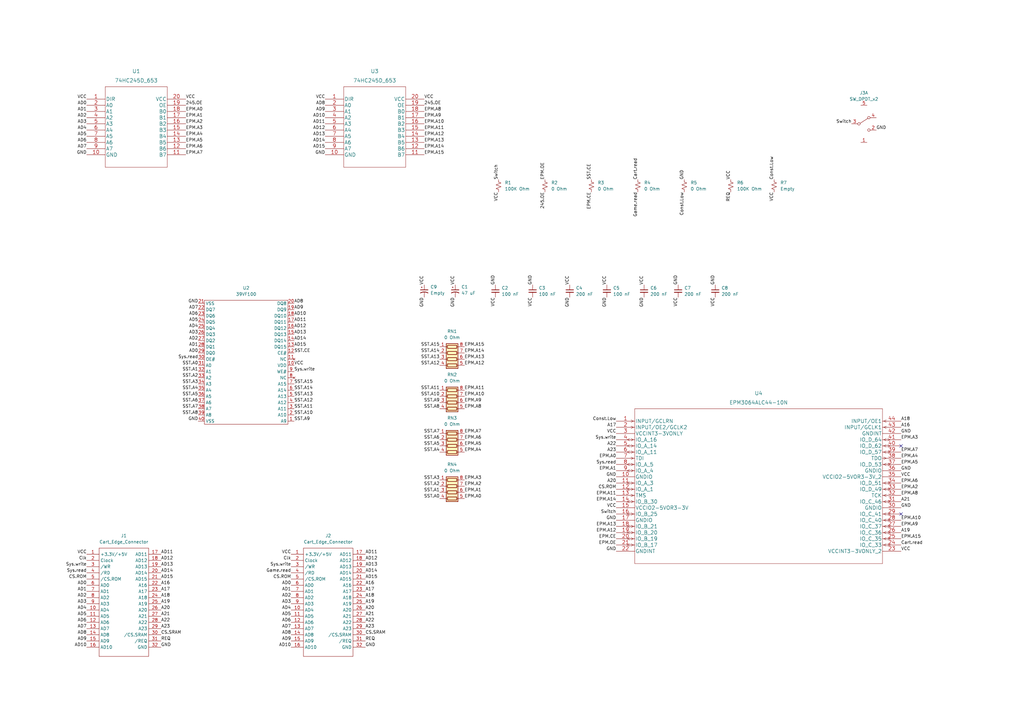
<source format=kicad_sch>
(kicad_sch (version 20211123) (generator eeschema)

  (uuid e63e39d7-6ac0-4ffd-8aa3-1841a4541b55)

  (paper "A3")

  (lib_symbols
    (symbol "Device:C_Polarized_Small_US" (pin_numbers hide) (pin_names (offset 0.254) hide) (in_bom yes) (on_board yes)
      (property "Reference" "C" (id 0) (at 0.254 1.778 0)
        (effects (font (size 1.27 1.27)) (justify left))
      )
      (property "Value" "C_Polarized_Small_US" (id 1) (at 0.254 -2.032 0)
        (effects (font (size 1.27 1.27)) (justify left))
      )
      (property "Footprint" "" (id 2) (at 0 0 0)
        (effects (font (size 1.27 1.27)) hide)
      )
      (property "Datasheet" "~" (id 3) (at 0 0 0)
        (effects (font (size 1.27 1.27)) hide)
      )
      (property "ki_keywords" "cap capacitor" (id 4) (at 0 0 0)
        (effects (font (size 1.27 1.27)) hide)
      )
      (property "ki_description" "Polarized capacitor, small US symbol" (id 5) (at 0 0 0)
        (effects (font (size 1.27 1.27)) hide)
      )
      (property "ki_fp_filters" "CP_*" (id 6) (at 0 0 0)
        (effects (font (size 1.27 1.27)) hide)
      )
      (symbol "C_Polarized_Small_US_0_1"
        (polyline
          (pts
            (xy -1.524 0.508)
            (xy 1.524 0.508)
          )
          (stroke (width 0.3048) (type default) (color 0 0 0 0))
          (fill (type none))
        )
        (polyline
          (pts
            (xy -1.27 1.524)
            (xy -0.762 1.524)
          )
          (stroke (width 0) (type default) (color 0 0 0 0))
          (fill (type none))
        )
        (polyline
          (pts
            (xy -1.016 1.27)
            (xy -1.016 1.778)
          )
          (stroke (width 0) (type default) (color 0 0 0 0))
          (fill (type none))
        )
        (arc (start 1.524 -0.762) (mid 0 -0.3734) (end -1.524 -0.762)
          (stroke (width 0.3048) (type default) (color 0 0 0 0))
          (fill (type none))
        )
      )
      (symbol "C_Polarized_Small_US_1_1"
        (pin passive line (at 0 2.54 270) (length 2.032)
          (name "~" (effects (font (size 1.27 1.27))))
          (number "1" (effects (font (size 1.27 1.27))))
        )
        (pin passive line (at 0 -2.54 90) (length 2.032)
          (name "~" (effects (font (size 1.27 1.27))))
          (number "2" (effects (font (size 1.27 1.27))))
        )
      )
    )
    (symbol "Device:C_Small" (pin_numbers hide) (pin_names (offset 0.254) hide) (in_bom yes) (on_board yes)
      (property "Reference" "C" (id 0) (at 0.254 1.778 0)
        (effects (font (size 1.27 1.27)) (justify left))
      )
      (property "Value" "C_Small" (id 1) (at 0.254 -2.032 0)
        (effects (font (size 1.27 1.27)) (justify left))
      )
      (property "Footprint" "" (id 2) (at 0 0 0)
        (effects (font (size 1.27 1.27)) hide)
      )
      (property "Datasheet" "~" (id 3) (at 0 0 0)
        (effects (font (size 1.27 1.27)) hide)
      )
      (property "ki_keywords" "capacitor cap" (id 4) (at 0 0 0)
        (effects (font (size 1.27 1.27)) hide)
      )
      (property "ki_description" "Unpolarized capacitor, small symbol" (id 5) (at 0 0 0)
        (effects (font (size 1.27 1.27)) hide)
      )
      (property "ki_fp_filters" "C_*" (id 6) (at 0 0 0)
        (effects (font (size 1.27 1.27)) hide)
      )
      (symbol "C_Small_0_1"
        (polyline
          (pts
            (xy -1.524 -0.508)
            (xy 1.524 -0.508)
          )
          (stroke (width 0.3302) (type default) (color 0 0 0 0))
          (fill (type none))
        )
        (polyline
          (pts
            (xy -1.524 0.508)
            (xy 1.524 0.508)
          )
          (stroke (width 0.3048) (type default) (color 0 0 0 0))
          (fill (type none))
        )
      )
      (symbol "C_Small_1_1"
        (pin passive line (at 0 2.54 270) (length 2.032)
          (name "~" (effects (font (size 1.27 1.27))))
          (number "1" (effects (font (size 1.27 1.27))))
        )
        (pin passive line (at 0 -2.54 90) (length 2.032)
          (name "~" (effects (font (size 1.27 1.27))))
          (number "2" (effects (font (size 1.27 1.27))))
        )
      )
    )
    (symbol "Device:R_Pack04" (pin_names (offset 0) hide) (in_bom yes) (on_board yes)
      (property "Reference" "RN" (id 0) (at -7.62 0 90)
        (effects (font (size 1.27 1.27)))
      )
      (property "Value" "R_Pack04" (id 1) (at 5.08 0 90)
        (effects (font (size 1.27 1.27)))
      )
      (property "Footprint" "" (id 2) (at 6.985 0 90)
        (effects (font (size 1.27 1.27)) hide)
      )
      (property "Datasheet" "~" (id 3) (at 0 0 0)
        (effects (font (size 1.27 1.27)) hide)
      )
      (property "ki_keywords" "R network parallel topology isolated" (id 4) (at 0 0 0)
        (effects (font (size 1.27 1.27)) hide)
      )
      (property "ki_description" "4 resistor network, parallel topology" (id 5) (at 0 0 0)
        (effects (font (size 1.27 1.27)) hide)
      )
      (property "ki_fp_filters" "DIP* SOIC* R*Array*Concave* R*Array*Convex*" (id 6) (at 0 0 0)
        (effects (font (size 1.27 1.27)) hide)
      )
      (symbol "R_Pack04_0_1"
        (rectangle (start -6.35 -2.413) (end 3.81 2.413)
          (stroke (width 0.254) (type default) (color 0 0 0 0))
          (fill (type background))
        )
        (rectangle (start -5.715 1.905) (end -4.445 -1.905)
          (stroke (width 0.254) (type default) (color 0 0 0 0))
          (fill (type none))
        )
        (rectangle (start -3.175 1.905) (end -1.905 -1.905)
          (stroke (width 0.254) (type default) (color 0 0 0 0))
          (fill (type none))
        )
        (rectangle (start -0.635 1.905) (end 0.635 -1.905)
          (stroke (width 0.254) (type default) (color 0 0 0 0))
          (fill (type none))
        )
        (polyline
          (pts
            (xy -5.08 -2.54)
            (xy -5.08 -1.905)
          )
          (stroke (width 0) (type default) (color 0 0 0 0))
          (fill (type none))
        )
        (polyline
          (pts
            (xy -5.08 1.905)
            (xy -5.08 2.54)
          )
          (stroke (width 0) (type default) (color 0 0 0 0))
          (fill (type none))
        )
        (polyline
          (pts
            (xy -2.54 -2.54)
            (xy -2.54 -1.905)
          )
          (stroke (width 0) (type default) (color 0 0 0 0))
          (fill (type none))
        )
        (polyline
          (pts
            (xy -2.54 1.905)
            (xy -2.54 2.54)
          )
          (stroke (width 0) (type default) (color 0 0 0 0))
          (fill (type none))
        )
        (polyline
          (pts
            (xy 0 -2.54)
            (xy 0 -1.905)
          )
          (stroke (width 0) (type default) (color 0 0 0 0))
          (fill (type none))
        )
        (polyline
          (pts
            (xy 0 1.905)
            (xy 0 2.54)
          )
          (stroke (width 0) (type default) (color 0 0 0 0))
          (fill (type none))
        )
        (polyline
          (pts
            (xy 2.54 -2.54)
            (xy 2.54 -1.905)
          )
          (stroke (width 0) (type default) (color 0 0 0 0))
          (fill (type none))
        )
        (polyline
          (pts
            (xy 2.54 1.905)
            (xy 2.54 2.54)
          )
          (stroke (width 0) (type default) (color 0 0 0 0))
          (fill (type none))
        )
        (rectangle (start 1.905 1.905) (end 3.175 -1.905)
          (stroke (width 0.254) (type default) (color 0 0 0 0))
          (fill (type none))
        )
      )
      (symbol "R_Pack04_1_1"
        (pin passive line (at -5.08 -5.08 90) (length 2.54)
          (name "R1.1" (effects (font (size 1.27 1.27))))
          (number "1" (effects (font (size 1.27 1.27))))
        )
        (pin passive line (at -2.54 -5.08 90) (length 2.54)
          (name "R2.1" (effects (font (size 1.27 1.27))))
          (number "2" (effects (font (size 1.27 1.27))))
        )
        (pin passive line (at 0 -5.08 90) (length 2.54)
          (name "R3.1" (effects (font (size 1.27 1.27))))
          (number "3" (effects (font (size 1.27 1.27))))
        )
        (pin passive line (at 2.54 -5.08 90) (length 2.54)
          (name "R4.1" (effects (font (size 1.27 1.27))))
          (number "4" (effects (font (size 1.27 1.27))))
        )
        (pin passive line (at 2.54 5.08 270) (length 2.54)
          (name "R4.2" (effects (font (size 1.27 1.27))))
          (number "5" (effects (font (size 1.27 1.27))))
        )
        (pin passive line (at 0 5.08 270) (length 2.54)
          (name "R3.2" (effects (font (size 1.27 1.27))))
          (number "6" (effects (font (size 1.27 1.27))))
        )
        (pin passive line (at -2.54 5.08 270) (length 2.54)
          (name "R2.2" (effects (font (size 1.27 1.27))))
          (number "7" (effects (font (size 1.27 1.27))))
        )
        (pin passive line (at -5.08 5.08 270) (length 2.54)
          (name "R1.2" (effects (font (size 1.27 1.27))))
          (number "8" (effects (font (size 1.27 1.27))))
        )
      )
    )
    (symbol "Device:R_Small_US" (pin_numbers hide) (pin_names (offset 0.254) hide) (in_bom yes) (on_board yes)
      (property "Reference" "R" (id 0) (at 0.762 0.508 0)
        (effects (font (size 1.27 1.27)) (justify left))
      )
      (property "Value" "R_Small_US" (id 1) (at 0.762 -1.016 0)
        (effects (font (size 1.27 1.27)) (justify left))
      )
      (property "Footprint" "" (id 2) (at 0 0 0)
        (effects (font (size 1.27 1.27)) hide)
      )
      (property "Datasheet" "~" (id 3) (at 0 0 0)
        (effects (font (size 1.27 1.27)) hide)
      )
      (property "ki_keywords" "r resistor" (id 4) (at 0 0 0)
        (effects (font (size 1.27 1.27)) hide)
      )
      (property "ki_description" "Resistor, small US symbol" (id 5) (at 0 0 0)
        (effects (font (size 1.27 1.27)) hide)
      )
      (property "ki_fp_filters" "R_*" (id 6) (at 0 0 0)
        (effects (font (size 1.27 1.27)) hide)
      )
      (symbol "R_Small_US_1_1"
        (polyline
          (pts
            (xy 0 0)
            (xy 1.016 -0.381)
            (xy 0 -0.762)
            (xy -1.016 -1.143)
            (xy 0 -1.524)
          )
          (stroke (width 0) (type default) (color 0 0 0 0))
          (fill (type none))
        )
        (polyline
          (pts
            (xy 0 1.524)
            (xy 1.016 1.143)
            (xy 0 0.762)
            (xy -1.016 0.381)
            (xy 0 0)
          )
          (stroke (width 0) (type default) (color 0 0 0 0))
          (fill (type none))
        )
        (pin passive line (at 0 2.54 270) (length 1.016)
          (name "~" (effects (font (size 1.27 1.27))))
          (number "1" (effects (font (size 1.27 1.27))))
        )
        (pin passive line (at 0 -2.54 90) (length 1.016)
          (name "~" (effects (font (size 1.27 1.27))))
          (number "2" (effects (font (size 1.27 1.27))))
        )
      )
    )
    (symbol "GBA:39VF100" (in_bom yes) (on_board yes)
      (property "Reference" "U" (id 0) (at 0 2.54 0)
        (effects (font (size 1.27 1.27)))
      )
      (property "Value" "39VF100" (id 1) (at 0 0 0)
        (effects (font (size 1.27 1.27)))
      )
      (property "Footprint" "" (id 2) (at 0 0 0)
        (effects (font (size 1.27 1.27)) hide)
      )
      (property "Datasheet" "" (id 3) (at 0 0 0)
        (effects (font (size 1.27 1.27)) hide)
      )
      (symbol "39VF100_0_1"
        (rectangle (start -16.51 25.4) (end 17.78 -25.4)
          (stroke (width 0) (type default) (color 0 0 0 0))
          (fill (type none))
        )
      )
      (symbol "39VF100_1_1"
        (pin input line (at -19.05 24.13 0) (length 2.54)
          (name "A9" (effects (font (size 1.27 1.27))))
          (number "1" (effects (font (size 1.27 1.27))))
        )
        (pin power_in line (at -19.05 1.27 0) (length 2.54)
          (name "VDD" (effects (font (size 1.27 1.27))))
          (number "10" (effects (font (size 1.27 1.27))))
        )
        (pin no_connect line (at -19.05 -1.27 0) (length 2.54)
          (name "NC" (effects (font (size 1.27 1.27))))
          (number "11" (effects (font (size 1.27 1.27))))
        )
        (pin input line (at -19.05 -3.81 0) (length 2.54)
          (name "CE#" (effects (font (size 1.27 1.27))))
          (number "12" (effects (font (size 1.27 1.27))))
        )
        (pin bidirectional line (at -19.05 -6.35 0) (length 2.54)
          (name "DQ15" (effects (font (size 1.27 1.27))))
          (number "13" (effects (font (size 1.27 1.27))))
        )
        (pin bidirectional line (at -19.05 -8.89 0) (length 2.54)
          (name "DQ14" (effects (font (size 1.27 1.27))))
          (number "14" (effects (font (size 1.27 1.27))))
        )
        (pin bidirectional line (at -19.05 -11.43 0) (length 2.54)
          (name "DQ13" (effects (font (size 1.27 1.27))))
          (number "15" (effects (font (size 1.27 1.27))))
        )
        (pin bidirectional line (at -19.05 -13.97 0) (length 2.54)
          (name "DQ12" (effects (font (size 1.27 1.27))))
          (number "16" (effects (font (size 1.27 1.27))))
        )
        (pin bidirectional line (at -19.05 -16.51 0) (length 2.54)
          (name "DQ11" (effects (font (size 1.27 1.27))))
          (number "17" (effects (font (size 1.27 1.27))))
        )
        (pin bidirectional line (at -19.05 -19.05 0) (length 2.54)
          (name "DQ10" (effects (font (size 1.27 1.27))))
          (number "18" (effects (font (size 1.27 1.27))))
        )
        (pin bidirectional line (at -19.05 -21.59 0) (length 2.54)
          (name "DQ9" (effects (font (size 1.27 1.27))))
          (number "19" (effects (font (size 1.27 1.27))))
        )
        (pin input line (at -19.05 21.59 0) (length 2.54)
          (name "A10" (effects (font (size 1.27 1.27))))
          (number "2" (effects (font (size 1.27 1.27))))
        )
        (pin bidirectional line (at -19.05 -24.13 0) (length 2.54)
          (name "DQ8" (effects (font (size 1.27 1.27))))
          (number "20" (effects (font (size 1.27 1.27))))
        )
        (pin power_in line (at 20.32 -24.13 180) (length 2.54)
          (name "VSS" (effects (font (size 1.27 1.27))))
          (number "21" (effects (font (size 1.27 1.27))))
        )
        (pin bidirectional line (at 20.32 -21.59 180) (length 2.54)
          (name "DQ7" (effects (font (size 1.27 1.27))))
          (number "22" (effects (font (size 1.27 1.27))))
        )
        (pin bidirectional line (at 20.32 -19.05 180) (length 2.54)
          (name "DQ6" (effects (font (size 1.27 1.27))))
          (number "23" (effects (font (size 1.27 1.27))))
        )
        (pin bidirectional line (at 20.32 -16.51 180) (length 2.54)
          (name "DQ5" (effects (font (size 1.27 1.27))))
          (number "24" (effects (font (size 1.27 1.27))))
        )
        (pin bidirectional line (at 20.32 -13.97 180) (length 2.54)
          (name "DQ4" (effects (font (size 1.27 1.27))))
          (number "25" (effects (font (size 1.27 1.27))))
        )
        (pin bidirectional line (at 20.32 -11.43 180) (length 2.54)
          (name "DQ3" (effects (font (size 1.27 1.27))))
          (number "26" (effects (font (size 1.27 1.27))))
        )
        (pin bidirectional line (at 20.32 -8.89 180) (length 2.54)
          (name "DQ2" (effects (font (size 1.27 1.27))))
          (number "27" (effects (font (size 1.27 1.27))))
        )
        (pin bidirectional line (at 20.32 -6.35 180) (length 2.54)
          (name "DQ1" (effects (font (size 1.27 1.27))))
          (number "28" (effects (font (size 1.27 1.27))))
        )
        (pin bidirectional line (at 20.32 -3.81 180) (length 2.54)
          (name "DQ0" (effects (font (size 1.27 1.27))))
          (number "29" (effects (font (size 1.27 1.27))))
        )
        (pin input line (at -19.05 19.05 0) (length 2.54)
          (name "A11" (effects (font (size 1.27 1.27))))
          (number "3" (effects (font (size 1.27 1.27))))
        )
        (pin input line (at 20.32 -1.27 180) (length 2.54)
          (name "OE#" (effects (font (size 1.27 1.27))))
          (number "30" (effects (font (size 1.27 1.27))))
        )
        (pin input line (at 20.32 1.27 180) (length 2.54)
          (name "A0" (effects (font (size 1.27 1.27))))
          (number "31" (effects (font (size 1.27 1.27))))
        )
        (pin input line (at 20.32 3.81 180) (length 2.54)
          (name "A1" (effects (font (size 1.27 1.27))))
          (number "32" (effects (font (size 1.27 1.27))))
        )
        (pin input line (at 20.32 6.35 180) (length 2.54)
          (name "A2" (effects (font (size 1.27 1.27))))
          (number "33" (effects (font (size 1.27 1.27))))
        )
        (pin input line (at 20.32 8.89 180) (length 2.54)
          (name "A3" (effects (font (size 1.27 1.27))))
          (number "34" (effects (font (size 1.27 1.27))))
        )
        (pin input line (at 20.32 11.43 180) (length 2.54)
          (name "A4" (effects (font (size 1.27 1.27))))
          (number "35" (effects (font (size 1.27 1.27))))
        )
        (pin input line (at 20.32 13.97 180) (length 2.54)
          (name "A5" (effects (font (size 1.27 1.27))))
          (number "36" (effects (font (size 1.27 1.27))))
        )
        (pin input line (at 20.32 16.51 180) (length 2.54)
          (name "A6" (effects (font (size 1.27 1.27))))
          (number "37" (effects (font (size 1.27 1.27))))
        )
        (pin input line (at 20.32 19.05 180) (length 2.54)
          (name "A7" (effects (font (size 1.27 1.27))))
          (number "38" (effects (font (size 1.27 1.27))))
        )
        (pin input line (at 20.32 21.59 180) (length 2.54)
          (name "A8" (effects (font (size 1.27 1.27))))
          (number "39" (effects (font (size 1.27 1.27))))
        )
        (pin input line (at -19.05 16.51 0) (length 2.54)
          (name "A12" (effects (font (size 1.27 1.27))))
          (number "4" (effects (font (size 1.27 1.27))))
        )
        (pin power_in line (at 20.32 24.13 180) (length 2.54)
          (name "VSS" (effects (font (size 1.27 1.27))))
          (number "40" (effects (font (size 1.27 1.27))))
        )
        (pin input line (at -19.05 13.97 0) (length 2.54)
          (name "A13" (effects (font (size 1.27 1.27))))
          (number "5" (effects (font (size 1.27 1.27))))
        )
        (pin input line (at -19.05 11.43 0) (length 2.54)
          (name "A14" (effects (font (size 1.27 1.27))))
          (number "6" (effects (font (size 1.27 1.27))))
        )
        (pin input line (at -19.05 8.89 0) (length 2.54)
          (name "A15" (effects (font (size 1.27 1.27))))
          (number "7" (effects (font (size 1.27 1.27))))
        )
        (pin no_connect line (at -19.05 6.35 0) (length 2.54)
          (name "NC" (effects (font (size 1.27 1.27))))
          (number "8" (effects (font (size 1.27 1.27))))
        )
        (pin input line (at -19.05 3.81 0) (length 2.54)
          (name "WE#" (effects (font (size 1.27 1.27))))
          (number "9" (effects (font (size 1.27 1.27))))
        )
      )
    )
    (symbol "GBA:74HC245D_653" (pin_names (offset 0.254)) (in_bom yes) (on_board yes)
      (property "Reference" "U" (id 0) (at 20.32 10.16 0)
        (effects (font (size 1.524 1.524)))
      )
      (property "Value" "74HC245D_653" (id 1) (at 20.32 7.62 0)
        (effects (font (size 1.524 1.524)))
      )
      (property "Footprint" "SO20_74HC_NEX" (id 2) (at 20.32 6.096 0)
        (effects (font (size 1.524 1.524)) hide)
      )
      (property "Datasheet" "" (id 3) (at 0 0 0)
        (effects (font (size 1.524 1.524)))
      )
      (property "ki_locked" "" (id 4) (at 0 0 0)
        (effects (font (size 1.27 1.27)))
      )
      (property "ki_fp_filters" "SO20_74HC_NEX SO20_74HC_NEX-M SO20_74HC_NEX-L" (id 5) (at 0 0 0)
        (effects (font (size 1.27 1.27)) hide)
      )
      (symbol "74HC245D_653_1_1"
        (polyline
          (pts
            (xy 7.62 -27.94)
            (xy 33.02 -27.94)
          )
          (stroke (width 0.127) (type default) (color 0 0 0 0))
          (fill (type none))
        )
        (polyline
          (pts
            (xy 7.62 5.08)
            (xy 7.62 -27.94)
          )
          (stroke (width 0.127) (type default) (color 0 0 0 0))
          (fill (type none))
        )
        (polyline
          (pts
            (xy 33.02 -27.94)
            (xy 33.02 5.08)
          )
          (stroke (width 0.127) (type default) (color 0 0 0 0))
          (fill (type none))
        )
        (polyline
          (pts
            (xy 33.02 5.08)
            (xy 7.62 5.08)
          )
          (stroke (width 0.127) (type default) (color 0 0 0 0))
          (fill (type none))
        )
        (pin bidirectional line (at 0 0 0) (length 7.62)
          (name "DIR" (effects (font (size 1.4986 1.4986))))
          (number "1" (effects (font (size 1.4986 1.4986))))
        )
        (pin power_in line (at 0 -22.86 0) (length 7.62)
          (name "GND" (effects (font (size 1.4986 1.4986))))
          (number "10" (effects (font (size 1.4986 1.4986))))
        )
        (pin bidirectional line (at 40.64 -22.86 180) (length 7.62)
          (name "B7" (effects (font (size 1.4986 1.4986))))
          (number "11" (effects (font (size 1.4986 1.4986))))
        )
        (pin bidirectional line (at 40.64 -20.32 180) (length 7.62)
          (name "B6" (effects (font (size 1.4986 1.4986))))
          (number "12" (effects (font (size 1.4986 1.4986))))
        )
        (pin bidirectional line (at 40.64 -17.78 180) (length 7.62)
          (name "B5" (effects (font (size 1.4986 1.4986))))
          (number "13" (effects (font (size 1.4986 1.4986))))
        )
        (pin bidirectional line (at 40.64 -15.24 180) (length 7.62)
          (name "B4" (effects (font (size 1.4986 1.4986))))
          (number "14" (effects (font (size 1.4986 1.4986))))
        )
        (pin bidirectional line (at 40.64 -12.7 180) (length 7.62)
          (name "B3" (effects (font (size 1.4986 1.4986))))
          (number "15" (effects (font (size 1.4986 1.4986))))
        )
        (pin bidirectional line (at 40.64 -10.16 180) (length 7.62)
          (name "B2" (effects (font (size 1.4986 1.4986))))
          (number "16" (effects (font (size 1.4986 1.4986))))
        )
        (pin bidirectional line (at 40.64 -7.62 180) (length 7.62)
          (name "B1" (effects (font (size 1.4986 1.4986))))
          (number "17" (effects (font (size 1.4986 1.4986))))
        )
        (pin bidirectional line (at 40.64 -5.08 180) (length 7.62)
          (name "B0" (effects (font (size 1.4986 1.4986))))
          (number "18" (effects (font (size 1.4986 1.4986))))
        )
        (pin bidirectional line (at 40.64 -2.54 180) (length 7.62)
          (name "OE" (effects (font (size 1.4986 1.4986))))
          (number "19" (effects (font (size 1.4986 1.4986))))
        )
        (pin bidirectional line (at 0 -2.54 0) (length 7.62)
          (name "A0" (effects (font (size 1.4986 1.4986))))
          (number "2" (effects (font (size 1.4986 1.4986))))
        )
        (pin power_in line (at 40.64 0 180) (length 7.62)
          (name "VCC" (effects (font (size 1.4986 1.4986))))
          (number "20" (effects (font (size 1.4986 1.4986))))
        )
        (pin bidirectional line (at 0 -5.08 0) (length 7.62)
          (name "A1" (effects (font (size 1.4986 1.4986))))
          (number "3" (effects (font (size 1.4986 1.4986))))
        )
        (pin bidirectional line (at 0 -7.62 0) (length 7.62)
          (name "A2" (effects (font (size 1.4986 1.4986))))
          (number "4" (effects (font (size 1.4986 1.4986))))
        )
        (pin bidirectional line (at 0 -10.16 0) (length 7.62)
          (name "A3" (effects (font (size 1.4986 1.4986))))
          (number "5" (effects (font (size 1.4986 1.4986))))
        )
        (pin bidirectional line (at 0 -12.7 0) (length 7.62)
          (name "A4" (effects (font (size 1.4986 1.4986))))
          (number "6" (effects (font (size 1.4986 1.4986))))
        )
        (pin bidirectional line (at 0 -15.24 0) (length 7.62)
          (name "A5" (effects (font (size 1.4986 1.4986))))
          (number "7" (effects (font (size 1.4986 1.4986))))
        )
        (pin bidirectional line (at 0 -17.78 0) (length 7.62)
          (name "A6" (effects (font (size 1.4986 1.4986))))
          (number "8" (effects (font (size 1.4986 1.4986))))
        )
        (pin bidirectional line (at 0 -20.32 0) (length 7.62)
          (name "A7" (effects (font (size 1.4986 1.4986))))
          (number "9" (effects (font (size 1.4986 1.4986))))
        )
      )
    )
    (symbol "GBA:Cart_Edge_Connector" (in_bom yes) (on_board yes)
      (property "Reference" "J?" (id 0) (at 0 15.24 0)
        (effects (font (size 1.27 1.27)))
      )
      (property "Value" "Cart_Edge_Connector" (id 1) (at 0 12.7 0)
        (effects (font (size 1.27 1.27)))
      )
      (property "Footprint" "Gameboy:Cartridge Edge, GBA" (id 2) (at 0 19.05 0)
        (effects (font (size 1.27 1.27)) hide)
      )
      (property "Datasheet" "" (id 3) (at 0 0 0)
        (effects (font (size 1.27 1.27)) hide)
      )
      (symbol "Cart_Edge_Connector_0_1"
        (rectangle (start -10.16 10.16) (end 10.16 -34.29)
          (stroke (width 0) (type default) (color 0 0 0 0))
          (fill (type none))
        )
      )
      (symbol "Cart_Edge_Connector_1_1"
        (pin power_in line (at -15.24 7.62 0) (length 5.08)
          (name "+3.3V/+5V" (effects (font (size 1.27 1.27))))
          (number "1" (effects (font (size 1.27 1.27))))
        )
        (pin bidirectional line (at -15.24 -15.24 0) (length 5.08)
          (name "AD4" (effects (font (size 1.27 1.27))))
          (number "10" (effects (font (size 1.27 1.27))))
        )
        (pin bidirectional line (at -15.24 -17.78 0) (length 5.08)
          (name "AD5" (effects (font (size 1.27 1.27))))
          (number "11" (effects (font (size 1.27 1.27))))
        )
        (pin bidirectional line (at -15.24 -20.32 0) (length 5.08)
          (name "AD6" (effects (font (size 1.27 1.27))))
          (number "12" (effects (font (size 1.27 1.27))))
        )
        (pin bidirectional line (at -15.24 -22.86 0) (length 5.08)
          (name "AD7" (effects (font (size 1.27 1.27))))
          (number "13" (effects (font (size 1.27 1.27))))
        )
        (pin bidirectional line (at -15.24 -25.4 0) (length 5.08)
          (name "AD8" (effects (font (size 1.27 1.27))))
          (number "14" (effects (font (size 1.27 1.27))))
        )
        (pin bidirectional line (at -15.24 -27.94 0) (length 5.08)
          (name "AD9" (effects (font (size 1.27 1.27))))
          (number "15" (effects (font (size 1.27 1.27))))
        )
        (pin bidirectional line (at -15.24 -30.48 0) (length 5.08)
          (name "AD10" (effects (font (size 1.27 1.27))))
          (number "16" (effects (font (size 1.27 1.27))))
        )
        (pin bidirectional line (at 15.24 7.62 180) (length 5.08)
          (name "AD11" (effects (font (size 1.27 1.27))))
          (number "17" (effects (font (size 1.27 1.27))))
        )
        (pin bidirectional line (at 15.24 5.08 180) (length 5.08)
          (name "AD12" (effects (font (size 1.27 1.27))))
          (number "18" (effects (font (size 1.27 1.27))))
        )
        (pin bidirectional line (at 15.24 2.54 180) (length 5.08)
          (name "AD13" (effects (font (size 1.27 1.27))))
          (number "19" (effects (font (size 1.27 1.27))))
        )
        (pin bidirectional line (at -15.24 5.08 0) (length 5.08)
          (name "Clock" (effects (font (size 1.27 1.27))))
          (number "2" (effects (font (size 1.27 1.27))))
        )
        (pin bidirectional line (at 15.24 0 180) (length 5.08)
          (name "AD14" (effects (font (size 1.27 1.27))))
          (number "20" (effects (font (size 1.27 1.27))))
        )
        (pin bidirectional line (at 15.24 -2.54 180) (length 5.08)
          (name "AD15" (effects (font (size 1.27 1.27))))
          (number "21" (effects (font (size 1.27 1.27))))
        )
        (pin bidirectional line (at 15.24 -5.08 180) (length 5.08)
          (name "A16" (effects (font (size 1.27 1.27))))
          (number "22" (effects (font (size 1.27 1.27))))
        )
        (pin bidirectional line (at 15.24 -7.62 180) (length 5.08)
          (name "A17" (effects (font (size 1.27 1.27))))
          (number "23" (effects (font (size 1.27 1.27))))
        )
        (pin bidirectional line (at 15.24 -10.16 180) (length 5.08)
          (name "A18" (effects (font (size 1.27 1.27))))
          (number "24" (effects (font (size 1.27 1.27))))
        )
        (pin bidirectional line (at 15.24 -12.7 180) (length 5.08)
          (name "A19" (effects (font (size 1.27 1.27))))
          (number "25" (effects (font (size 1.27 1.27))))
        )
        (pin bidirectional line (at 15.24 -15.24 180) (length 5.08)
          (name "A20" (effects (font (size 1.27 1.27))))
          (number "26" (effects (font (size 1.27 1.27))))
        )
        (pin bidirectional line (at 15.24 -17.78 180) (length 5.08)
          (name "A21" (effects (font (size 1.27 1.27))))
          (number "27" (effects (font (size 1.27 1.27))))
        )
        (pin bidirectional line (at 15.24 -20.32 180) (length 5.08)
          (name "A22" (effects (font (size 1.27 1.27))))
          (number "28" (effects (font (size 1.27 1.27))))
        )
        (pin bidirectional line (at 15.24 -22.86 180) (length 5.08)
          (name "A23" (effects (font (size 1.27 1.27))))
          (number "29" (effects (font (size 1.27 1.27))))
        )
        (pin bidirectional line (at -15.24 2.54 0) (length 5.08)
          (name "/WR" (effects (font (size 1.27 1.27))))
          (number "3" (effects (font (size 1.27 1.27))))
        )
        (pin bidirectional line (at 15.24 -25.4 180) (length 5.08)
          (name "/CS.SRAM" (effects (font (size 1.27 1.27))))
          (number "30" (effects (font (size 1.27 1.27))))
        )
        (pin bidirectional line (at 15.24 -27.94 180) (length 5.08)
          (name "/REQ" (effects (font (size 1.27 1.27))))
          (number "31" (effects (font (size 1.27 1.27))))
        )
        (pin bidirectional line (at 15.24 -30.48 180) (length 5.08)
          (name "GND" (effects (font (size 1.27 1.27))))
          (number "32" (effects (font (size 1.27 1.27))))
        )
        (pin bidirectional line (at -15.24 0 0) (length 5.08)
          (name "/RD" (effects (font (size 1.27 1.27))))
          (number "4" (effects (font (size 1.27 1.27))))
        )
        (pin bidirectional line (at -15.24 -2.54 0) (length 5.08)
          (name "/CS.ROM" (effects (font (size 1.27 1.27))))
          (number "5" (effects (font (size 1.27 1.27))))
        )
        (pin bidirectional line (at -15.24 -5.08 0) (length 5.08)
          (name "AD0" (effects (font (size 1.27 1.27))))
          (number "6" (effects (font (size 1.27 1.27))))
        )
        (pin bidirectional line (at -15.24 -7.62 0) (length 5.08)
          (name "AD1" (effects (font (size 1.27 1.27))))
          (number "7" (effects (font (size 1.27 1.27))))
        )
        (pin bidirectional line (at -15.24 -10.16 0) (length 5.08)
          (name "AD2" (effects (font (size 1.27 1.27))))
          (number "8" (effects (font (size 1.27 1.27))))
        )
        (pin bidirectional line (at -15.24 -12.7 0) (length 5.08)
          (name "AD3" (effects (font (size 1.27 1.27))))
          (number "9" (effects (font (size 1.27 1.27))))
        )
      )
    )
    (symbol "GBA:EPM3064ALC44-10N" (pin_names (offset 0.254)) (in_bom yes) (on_board yes)
      (property "Reference" "U" (id 0) (at 58.42 10.16 0)
        (effects (font (size 1.524 1.524)))
      )
      (property "Value" "EPM3064ALC44-10N" (id 1) (at 58.42 7.62 0)
        (effects (font (size 1.524 1.524)))
      )
      (property "Footprint" "44-PLCC_ALR" (id 2) (at 58.42 6.096 0)
        (effects (font (size 1.524 1.524)) hide)
      )
      (property "Datasheet" "" (id 3) (at 0 0 0)
        (effects (font (size 1.524 1.524)))
      )
      (property "ki_locked" "" (id 4) (at 0 0 0)
        (effects (font (size 1.27 1.27)))
      )
      (property "ki_fp_filters" "44-PLCC_ALR 44-PLCC_ALR-M 44-PLCC_ALR-L" (id 5) (at 0 0 0)
        (effects (font (size 1.27 1.27)) hide)
      )
      (symbol "EPM3064ALC44-10N_1_1"
        (polyline
          (pts
            (xy 5.5372 -51.308)
            (xy 4.4958 -50.8)
          )
          (stroke (width 0.127) (type default) (color 0 0 0 0))
          (fill (type none))
        )
        (polyline
          (pts
            (xy 5.5372 -50.292)
            (xy 4.4958 -50.8)
          )
          (stroke (width 0.127) (type default) (color 0 0 0 0))
          (fill (type none))
        )
        (polyline
          (pts
            (xy 5.5372 -48.768)
            (xy 4.4958 -48.26)
          )
          (stroke (width 0.127) (type default) (color 0 0 0 0))
          (fill (type none))
        )
        (polyline
          (pts
            (xy 5.5372 -47.752)
            (xy 4.4958 -48.26)
          )
          (stroke (width 0.127) (type default) (color 0 0 0 0))
          (fill (type none))
        )
        (polyline
          (pts
            (xy 5.5372 -46.228)
            (xy 4.4958 -45.72)
          )
          (stroke (width 0.127) (type default) (color 0 0 0 0))
          (fill (type none))
        )
        (polyline
          (pts
            (xy 5.5372 -45.212)
            (xy 4.4958 -45.72)
          )
          (stroke (width 0.127) (type default) (color 0 0 0 0))
          (fill (type none))
        )
        (polyline
          (pts
            (xy 5.5372 -43.688)
            (xy 4.4958 -43.18)
          )
          (stroke (width 0.127) (type default) (color 0 0 0 0))
          (fill (type none))
        )
        (polyline
          (pts
            (xy 5.5372 -42.672)
            (xy 4.4958 -43.18)
          )
          (stroke (width 0.127) (type default) (color 0 0 0 0))
          (fill (type none))
        )
        (polyline
          (pts
            (xy 5.5372 -38.608)
            (xy 4.4958 -38.1)
          )
          (stroke (width 0.127) (type default) (color 0 0 0 0))
          (fill (type none))
        )
        (polyline
          (pts
            (xy 5.5372 -37.592)
            (xy 4.4958 -38.1)
          )
          (stroke (width 0.127) (type default) (color 0 0 0 0))
          (fill (type none))
        )
        (polyline
          (pts
            (xy 5.5372 -33.528)
            (xy 4.4958 -33.02)
          )
          (stroke (width 0.127) (type default) (color 0 0 0 0))
          (fill (type none))
        )
        (polyline
          (pts
            (xy 5.5372 -32.512)
            (xy 4.4958 -33.02)
          )
          (stroke (width 0.127) (type default) (color 0 0 0 0))
          (fill (type none))
        )
        (polyline
          (pts
            (xy 5.5372 -28.448)
            (xy 4.4958 -27.94)
          )
          (stroke (width 0.127) (type default) (color 0 0 0 0))
          (fill (type none))
        )
        (polyline
          (pts
            (xy 5.5372 -27.432)
            (xy 4.4958 -27.94)
          )
          (stroke (width 0.127) (type default) (color 0 0 0 0))
          (fill (type none))
        )
        (polyline
          (pts
            (xy 5.5372 -25.908)
            (xy 4.4958 -25.4)
          )
          (stroke (width 0.127) (type default) (color 0 0 0 0))
          (fill (type none))
        )
        (polyline
          (pts
            (xy 5.5372 -24.892)
            (xy 4.4958 -25.4)
          )
          (stroke (width 0.127) (type default) (color 0 0 0 0))
          (fill (type none))
        )
        (polyline
          (pts
            (xy 5.5372 -20.828)
            (xy 4.4958 -20.32)
          )
          (stroke (width 0.127) (type default) (color 0 0 0 0))
          (fill (type none))
        )
        (polyline
          (pts
            (xy 5.5372 -19.812)
            (xy 4.4958 -20.32)
          )
          (stroke (width 0.127) (type default) (color 0 0 0 0))
          (fill (type none))
        )
        (polyline
          (pts
            (xy 5.5372 -18.288)
            (xy 4.4958 -17.78)
          )
          (stroke (width 0.127) (type default) (color 0 0 0 0))
          (fill (type none))
        )
        (polyline
          (pts
            (xy 5.5372 -17.272)
            (xy 4.4958 -17.78)
          )
          (stroke (width 0.127) (type default) (color 0 0 0 0))
          (fill (type none))
        )
        (polyline
          (pts
            (xy 5.5372 -13.208)
            (xy 4.4958 -12.7)
          )
          (stroke (width 0.127) (type default) (color 0 0 0 0))
          (fill (type none))
        )
        (polyline
          (pts
            (xy 5.5372 -12.192)
            (xy 4.4958 -12.7)
          )
          (stroke (width 0.127) (type default) (color 0 0 0 0))
          (fill (type none))
        )
        (polyline
          (pts
            (xy 5.5372 -10.668)
            (xy 4.4958 -10.16)
          )
          (stroke (width 0.127) (type default) (color 0 0 0 0))
          (fill (type none))
        )
        (polyline
          (pts
            (xy 5.5372 -9.652)
            (xy 4.4958 -10.16)
          )
          (stroke (width 0.127) (type default) (color 0 0 0 0))
          (fill (type none))
        )
        (polyline
          (pts
            (xy 5.5372 -8.128)
            (xy 4.4958 -7.62)
          )
          (stroke (width 0.127) (type default) (color 0 0 0 0))
          (fill (type none))
        )
        (polyline
          (pts
            (xy 5.5372 -7.112)
            (xy 4.4958 -7.62)
          )
          (stroke (width 0.127) (type default) (color 0 0 0 0))
          (fill (type none))
        )
        (polyline
          (pts
            (xy 7.112 -50.8)
            (xy 6.0452 -51.308)
          )
          (stroke (width 0.127) (type default) (color 0 0 0 0))
          (fill (type none))
        )
        (polyline
          (pts
            (xy 7.112 -50.8)
            (xy 6.0452 -50.292)
          )
          (stroke (width 0.127) (type default) (color 0 0 0 0))
          (fill (type none))
        )
        (polyline
          (pts
            (xy 7.112 -48.26)
            (xy 6.0452 -48.768)
          )
          (stroke (width 0.127) (type default) (color 0 0 0 0))
          (fill (type none))
        )
        (polyline
          (pts
            (xy 7.112 -48.26)
            (xy 6.0452 -47.752)
          )
          (stroke (width 0.127) (type default) (color 0 0 0 0))
          (fill (type none))
        )
        (polyline
          (pts
            (xy 7.112 -45.72)
            (xy 6.0452 -46.228)
          )
          (stroke (width 0.127) (type default) (color 0 0 0 0))
          (fill (type none))
        )
        (polyline
          (pts
            (xy 7.112 -45.72)
            (xy 6.0452 -45.212)
          )
          (stroke (width 0.127) (type default) (color 0 0 0 0))
          (fill (type none))
        )
        (polyline
          (pts
            (xy 7.112 -43.18)
            (xy 6.0452 -43.688)
          )
          (stroke (width 0.127) (type default) (color 0 0 0 0))
          (fill (type none))
        )
        (polyline
          (pts
            (xy 7.112 -43.18)
            (xy 6.0452 -42.672)
          )
          (stroke (width 0.127) (type default) (color 0 0 0 0))
          (fill (type none))
        )
        (polyline
          (pts
            (xy 7.112 -38.1)
            (xy 6.0452 -38.608)
          )
          (stroke (width 0.127) (type default) (color 0 0 0 0))
          (fill (type none))
        )
        (polyline
          (pts
            (xy 7.112 -38.1)
            (xy 6.0452 -37.592)
          )
          (stroke (width 0.127) (type default) (color 0 0 0 0))
          (fill (type none))
        )
        (polyline
          (pts
            (xy 7.112 -33.02)
            (xy 6.0452 -33.528)
          )
          (stroke (width 0.127) (type default) (color 0 0 0 0))
          (fill (type none))
        )
        (polyline
          (pts
            (xy 7.112 -33.02)
            (xy 6.0452 -32.512)
          )
          (stroke (width 0.127) (type default) (color 0 0 0 0))
          (fill (type none))
        )
        (polyline
          (pts
            (xy 7.112 -30.48)
            (xy 6.0452 -30.988)
          )
          (stroke (width 0.127) (type default) (color 0 0 0 0))
          (fill (type none))
        )
        (polyline
          (pts
            (xy 7.112 -30.48)
            (xy 6.0452 -29.972)
          )
          (stroke (width 0.127) (type default) (color 0 0 0 0))
          (fill (type none))
        )
        (polyline
          (pts
            (xy 7.112 -27.94)
            (xy 6.0452 -28.448)
          )
          (stroke (width 0.127) (type default) (color 0 0 0 0))
          (fill (type none))
        )
        (polyline
          (pts
            (xy 7.112 -27.94)
            (xy 6.0452 -27.432)
          )
          (stroke (width 0.127) (type default) (color 0 0 0 0))
          (fill (type none))
        )
        (polyline
          (pts
            (xy 7.112 -25.4)
            (xy 6.0452 -25.908)
          )
          (stroke (width 0.127) (type default) (color 0 0 0 0))
          (fill (type none))
        )
        (polyline
          (pts
            (xy 7.112 -25.4)
            (xy 6.0452 -24.892)
          )
          (stroke (width 0.127) (type default) (color 0 0 0 0))
          (fill (type none))
        )
        (polyline
          (pts
            (xy 7.112 -20.32)
            (xy 6.0452 -20.828)
          )
          (stroke (width 0.127) (type default) (color 0 0 0 0))
          (fill (type none))
        )
        (polyline
          (pts
            (xy 7.112 -20.32)
            (xy 6.0452 -19.812)
          )
          (stroke (width 0.127) (type default) (color 0 0 0 0))
          (fill (type none))
        )
        (polyline
          (pts
            (xy 7.112 -17.78)
            (xy 6.0452 -18.288)
          )
          (stroke (width 0.127) (type default) (color 0 0 0 0))
          (fill (type none))
        )
        (polyline
          (pts
            (xy 7.112 -17.78)
            (xy 6.0452 -17.272)
          )
          (stroke (width 0.127) (type default) (color 0 0 0 0))
          (fill (type none))
        )
        (polyline
          (pts
            (xy 7.112 -15.24)
            (xy 6.0452 -15.748)
          )
          (stroke (width 0.127) (type default) (color 0 0 0 0))
          (fill (type none))
        )
        (polyline
          (pts
            (xy 7.112 -15.24)
            (xy 6.0452 -14.732)
          )
          (stroke (width 0.127) (type default) (color 0 0 0 0))
          (fill (type none))
        )
        (polyline
          (pts
            (xy 7.112 -12.7)
            (xy 6.0452 -13.208)
          )
          (stroke (width 0.127) (type default) (color 0 0 0 0))
          (fill (type none))
        )
        (polyline
          (pts
            (xy 7.112 -12.7)
            (xy 6.0452 -12.192)
          )
          (stroke (width 0.127) (type default) (color 0 0 0 0))
          (fill (type none))
        )
        (polyline
          (pts
            (xy 7.112 -10.16)
            (xy 6.0452 -10.668)
          )
          (stroke (width 0.127) (type default) (color 0 0 0 0))
          (fill (type none))
        )
        (polyline
          (pts
            (xy 7.112 -10.16)
            (xy 6.0452 -9.652)
          )
          (stroke (width 0.127) (type default) (color 0 0 0 0))
          (fill (type none))
        )
        (polyline
          (pts
            (xy 7.112 -7.62)
            (xy 6.0452 -8.128)
          )
          (stroke (width 0.127) (type default) (color 0 0 0 0))
          (fill (type none))
        )
        (polyline
          (pts
            (xy 7.112 -7.62)
            (xy 6.0452 -7.112)
          )
          (stroke (width 0.127) (type default) (color 0 0 0 0))
          (fill (type none))
        )
        (polyline
          (pts
            (xy 7.112 -2.54)
            (xy 6.0452 -3.048)
          )
          (stroke (width 0.127) (type default) (color 0 0 0 0))
          (fill (type none))
        )
        (polyline
          (pts
            (xy 7.112 -2.54)
            (xy 6.0452 -2.032)
          )
          (stroke (width 0.127) (type default) (color 0 0 0 0))
          (fill (type none))
        )
        (polyline
          (pts
            (xy 7.112 0)
            (xy 6.0452 -0.508)
          )
          (stroke (width 0.127) (type default) (color 0 0 0 0))
          (fill (type none))
        )
        (polyline
          (pts
            (xy 7.112 0)
            (xy 6.0452 0.508)
          )
          (stroke (width 0.127) (type default) (color 0 0 0 0))
          (fill (type none))
        )
        (polyline
          (pts
            (xy 7.62 -58.42)
            (xy 109.22 -58.42)
          )
          (stroke (width 0.127) (type default) (color 0 0 0 0))
          (fill (type none))
        )
        (polyline
          (pts
            (xy 7.62 5.08)
            (xy 7.62 -58.42)
          )
          (stroke (width 0.127) (type default) (color 0 0 0 0))
          (fill (type none))
        )
        (polyline
          (pts
            (xy 109.22 -58.42)
            (xy 109.22 5.08)
          )
          (stroke (width 0.127) (type default) (color 0 0 0 0))
          (fill (type none))
        )
        (polyline
          (pts
            (xy 109.22 5.08)
            (xy 7.62 5.08)
          )
          (stroke (width 0.127) (type default) (color 0 0 0 0))
          (fill (type none))
        )
        (polyline
          (pts
            (xy 109.728 -50.8)
            (xy 110.7948 -51.308)
          )
          (stroke (width 0.127) (type default) (color 0 0 0 0))
          (fill (type none))
        )
        (polyline
          (pts
            (xy 109.728 -50.8)
            (xy 110.7948 -50.292)
          )
          (stroke (width 0.127) (type default) (color 0 0 0 0))
          (fill (type none))
        )
        (polyline
          (pts
            (xy 109.728 -48.26)
            (xy 110.7948 -48.768)
          )
          (stroke (width 0.127) (type default) (color 0 0 0 0))
          (fill (type none))
        )
        (polyline
          (pts
            (xy 109.728 -48.26)
            (xy 110.7948 -47.752)
          )
          (stroke (width 0.127) (type default) (color 0 0 0 0))
          (fill (type none))
        )
        (polyline
          (pts
            (xy 109.728 -45.72)
            (xy 110.7948 -46.228)
          )
          (stroke (width 0.127) (type default) (color 0 0 0 0))
          (fill (type none))
        )
        (polyline
          (pts
            (xy 109.728 -45.72)
            (xy 110.7948 -45.212)
          )
          (stroke (width 0.127) (type default) (color 0 0 0 0))
          (fill (type none))
        )
        (polyline
          (pts
            (xy 109.728 -43.18)
            (xy 110.7948 -43.688)
          )
          (stroke (width 0.127) (type default) (color 0 0 0 0))
          (fill (type none))
        )
        (polyline
          (pts
            (xy 109.728 -43.18)
            (xy 110.7948 -42.672)
          )
          (stroke (width 0.127) (type default) (color 0 0 0 0))
          (fill (type none))
        )
        (polyline
          (pts
            (xy 109.728 -40.64)
            (xy 110.7948 -41.148)
          )
          (stroke (width 0.127) (type default) (color 0 0 0 0))
          (fill (type none))
        )
        (polyline
          (pts
            (xy 109.728 -40.64)
            (xy 110.7948 -40.132)
          )
          (stroke (width 0.127) (type default) (color 0 0 0 0))
          (fill (type none))
        )
        (polyline
          (pts
            (xy 109.728 -38.1)
            (xy 110.7948 -38.608)
          )
          (stroke (width 0.127) (type default) (color 0 0 0 0))
          (fill (type none))
        )
        (polyline
          (pts
            (xy 109.728 -38.1)
            (xy 110.7948 -37.592)
          )
          (stroke (width 0.127) (type default) (color 0 0 0 0))
          (fill (type none))
        )
        (polyline
          (pts
            (xy 109.728 -33.02)
            (xy 110.7948 -33.528)
          )
          (stroke (width 0.127) (type default) (color 0 0 0 0))
          (fill (type none))
        )
        (polyline
          (pts
            (xy 109.728 -33.02)
            (xy 110.7948 -32.512)
          )
          (stroke (width 0.127) (type default) (color 0 0 0 0))
          (fill (type none))
        )
        (polyline
          (pts
            (xy 109.728 -30.48)
            (xy 110.7948 -30.988)
          )
          (stroke (width 0.127) (type default) (color 0 0 0 0))
          (fill (type none))
        )
        (polyline
          (pts
            (xy 109.728 -30.48)
            (xy 110.7948 -29.972)
          )
          (stroke (width 0.127) (type default) (color 0 0 0 0))
          (fill (type none))
        )
        (polyline
          (pts
            (xy 109.728 -27.94)
            (xy 110.7948 -28.448)
          )
          (stroke (width 0.127) (type default) (color 0 0 0 0))
          (fill (type none))
        )
        (polyline
          (pts
            (xy 109.728 -27.94)
            (xy 110.7948 -27.432)
          )
          (stroke (width 0.127) (type default) (color 0 0 0 0))
          (fill (type none))
        )
        (polyline
          (pts
            (xy 109.728 -25.4)
            (xy 110.7948 -25.908)
          )
          (stroke (width 0.127) (type default) (color 0 0 0 0))
          (fill (type none))
        )
        (polyline
          (pts
            (xy 109.728 -25.4)
            (xy 110.7948 -24.892)
          )
          (stroke (width 0.127) (type default) (color 0 0 0 0))
          (fill (type none))
        )
        (polyline
          (pts
            (xy 109.728 -17.78)
            (xy 110.7948 -18.288)
          )
          (stroke (width 0.127) (type default) (color 0 0 0 0))
          (fill (type none))
        )
        (polyline
          (pts
            (xy 109.728 -17.78)
            (xy 110.7948 -17.272)
          )
          (stroke (width 0.127) (type default) (color 0 0 0 0))
          (fill (type none))
        )
        (polyline
          (pts
            (xy 109.728 -15.748)
            (xy 110.7948 -15.24)
          )
          (stroke (width 0.127) (type default) (color 0 0 0 0))
          (fill (type none))
        )
        (polyline
          (pts
            (xy 109.728 -14.732)
            (xy 110.7948 -15.24)
          )
          (stroke (width 0.127) (type default) (color 0 0 0 0))
          (fill (type none))
        )
        (polyline
          (pts
            (xy 109.728 -12.7)
            (xy 110.7948 -13.208)
          )
          (stroke (width 0.127) (type default) (color 0 0 0 0))
          (fill (type none))
        )
        (polyline
          (pts
            (xy 109.728 -12.7)
            (xy 110.7948 -12.192)
          )
          (stroke (width 0.127) (type default) (color 0 0 0 0))
          (fill (type none))
        )
        (polyline
          (pts
            (xy 109.728 -10.16)
            (xy 110.7948 -10.668)
          )
          (stroke (width 0.127) (type default) (color 0 0 0 0))
          (fill (type none))
        )
        (polyline
          (pts
            (xy 109.728 -10.16)
            (xy 110.7948 -9.652)
          )
          (stroke (width 0.127) (type default) (color 0 0 0 0))
          (fill (type none))
        )
        (polyline
          (pts
            (xy 109.728 -7.62)
            (xy 110.7948 -8.128)
          )
          (stroke (width 0.127) (type default) (color 0 0 0 0))
          (fill (type none))
        )
        (polyline
          (pts
            (xy 109.728 -7.62)
            (xy 110.7948 -7.112)
          )
          (stroke (width 0.127) (type default) (color 0 0 0 0))
          (fill (type none))
        )
        (polyline
          (pts
            (xy 109.728 -2.54)
            (xy 110.7948 -3.048)
          )
          (stroke (width 0.127) (type default) (color 0 0 0 0))
          (fill (type none))
        )
        (polyline
          (pts
            (xy 109.728 -2.54)
            (xy 110.7948 -2.032)
          )
          (stroke (width 0.127) (type default) (color 0 0 0 0))
          (fill (type none))
        )
        (polyline
          (pts
            (xy 109.728 0)
            (xy 110.7948 -0.508)
          )
          (stroke (width 0.127) (type default) (color 0 0 0 0))
          (fill (type none))
        )
        (polyline
          (pts
            (xy 109.728 0)
            (xy 110.7948 0.508)
          )
          (stroke (width 0.127) (type default) (color 0 0 0 0))
          (fill (type none))
        )
        (polyline
          (pts
            (xy 111.3028 -51.308)
            (xy 112.3442 -50.8)
          )
          (stroke (width 0.127) (type default) (color 0 0 0 0))
          (fill (type none))
        )
        (polyline
          (pts
            (xy 111.3028 -50.292)
            (xy 112.3442 -50.8)
          )
          (stroke (width 0.127) (type default) (color 0 0 0 0))
          (fill (type none))
        )
        (polyline
          (pts
            (xy 111.3028 -48.768)
            (xy 112.3442 -48.26)
          )
          (stroke (width 0.127) (type default) (color 0 0 0 0))
          (fill (type none))
        )
        (polyline
          (pts
            (xy 111.3028 -47.752)
            (xy 112.3442 -48.26)
          )
          (stroke (width 0.127) (type default) (color 0 0 0 0))
          (fill (type none))
        )
        (polyline
          (pts
            (xy 111.3028 -46.228)
            (xy 112.3442 -45.72)
          )
          (stroke (width 0.127) (type default) (color 0 0 0 0))
          (fill (type none))
        )
        (polyline
          (pts
            (xy 111.3028 -45.212)
            (xy 112.3442 -45.72)
          )
          (stroke (width 0.127) (type default) (color 0 0 0 0))
          (fill (type none))
        )
        (polyline
          (pts
            (xy 111.3028 -43.688)
            (xy 112.3442 -43.18)
          )
          (stroke (width 0.127) (type default) (color 0 0 0 0))
          (fill (type none))
        )
        (polyline
          (pts
            (xy 111.3028 -42.672)
            (xy 112.3442 -43.18)
          )
          (stroke (width 0.127) (type default) (color 0 0 0 0))
          (fill (type none))
        )
        (polyline
          (pts
            (xy 111.3028 -41.148)
            (xy 112.3442 -40.64)
          )
          (stroke (width 0.127) (type default) (color 0 0 0 0))
          (fill (type none))
        )
        (polyline
          (pts
            (xy 111.3028 -40.132)
            (xy 112.3442 -40.64)
          )
          (stroke (width 0.127) (type default) (color 0 0 0 0))
          (fill (type none))
        )
        (polyline
          (pts
            (xy 111.3028 -38.608)
            (xy 112.3442 -38.1)
          )
          (stroke (width 0.127) (type default) (color 0 0 0 0))
          (fill (type none))
        )
        (polyline
          (pts
            (xy 111.3028 -37.592)
            (xy 112.3442 -38.1)
          )
          (stroke (width 0.127) (type default) (color 0 0 0 0))
          (fill (type none))
        )
        (polyline
          (pts
            (xy 111.3028 -33.528)
            (xy 112.3442 -33.02)
          )
          (stroke (width 0.127) (type default) (color 0 0 0 0))
          (fill (type none))
        )
        (polyline
          (pts
            (xy 111.3028 -32.512)
            (xy 112.3442 -33.02)
          )
          (stroke (width 0.127) (type default) (color 0 0 0 0))
          (fill (type none))
        )
        (polyline
          (pts
            (xy 111.3028 -28.448)
            (xy 112.3442 -27.94)
          )
          (stroke (width 0.127) (type default) (color 0 0 0 0))
          (fill (type none))
        )
        (polyline
          (pts
            (xy 111.3028 -27.432)
            (xy 112.3442 -27.94)
          )
          (stroke (width 0.127) (type default) (color 0 0 0 0))
          (fill (type none))
        )
        (polyline
          (pts
            (xy 111.3028 -25.908)
            (xy 112.3442 -25.4)
          )
          (stroke (width 0.127) (type default) (color 0 0 0 0))
          (fill (type none))
        )
        (polyline
          (pts
            (xy 111.3028 -24.892)
            (xy 112.3442 -25.4)
          )
          (stroke (width 0.127) (type default) (color 0 0 0 0))
          (fill (type none))
        )
        (polyline
          (pts
            (xy 111.3028 -18.288)
            (xy 112.3442 -17.78)
          )
          (stroke (width 0.127) (type default) (color 0 0 0 0))
          (fill (type none))
        )
        (polyline
          (pts
            (xy 111.3028 -17.272)
            (xy 112.3442 -17.78)
          )
          (stroke (width 0.127) (type default) (color 0 0 0 0))
          (fill (type none))
        )
        (polyline
          (pts
            (xy 111.3028 -13.208)
            (xy 112.3442 -12.7)
          )
          (stroke (width 0.127) (type default) (color 0 0 0 0))
          (fill (type none))
        )
        (polyline
          (pts
            (xy 111.3028 -12.192)
            (xy 112.3442 -12.7)
          )
          (stroke (width 0.127) (type default) (color 0 0 0 0))
          (fill (type none))
        )
        (polyline
          (pts
            (xy 111.3028 -10.668)
            (xy 112.3442 -10.16)
          )
          (stroke (width 0.127) (type default) (color 0 0 0 0))
          (fill (type none))
        )
        (polyline
          (pts
            (xy 111.3028 -9.652)
            (xy 112.3442 -10.16)
          )
          (stroke (width 0.127) (type default) (color 0 0 0 0))
          (fill (type none))
        )
        (polyline
          (pts
            (xy 111.3028 -8.128)
            (xy 112.3442 -7.62)
          )
          (stroke (width 0.127) (type default) (color 0 0 0 0))
          (fill (type none))
        )
        (polyline
          (pts
            (xy 111.3028 -7.112)
            (xy 112.3442 -7.62)
          )
          (stroke (width 0.127) (type default) (color 0 0 0 0))
          (fill (type none))
        )
        (pin input line (at 0 0 0) (length 7.62)
          (name "INPUT/GCLRN" (effects (font (size 1.4986 1.4986))))
          (number "1" (effects (font (size 1.4986 1.4986))))
        )
        (pin power_in line (at 0 -22.86 0) (length 7.62)
          (name "GNDIO" (effects (font (size 1.4986 1.4986))))
          (number "10" (effects (font (size 1.4986 1.4986))))
        )
        (pin bidirectional line (at 0 -25.4 0) (length 7.62)
          (name "IO_A_3" (effects (font (size 1.4986 1.4986))))
          (number "11" (effects (font (size 1.4986 1.4986))))
        )
        (pin bidirectional line (at 0 -27.94 0) (length 7.62)
          (name "IO_A_1" (effects (font (size 1.4986 1.4986))))
          (number "12" (effects (font (size 1.4986 1.4986))))
        )
        (pin input line (at 0 -30.48 0) (length 7.62)
          (name "TMS" (effects (font (size 1.4986 1.4986))))
          (number "13" (effects (font (size 1.4986 1.4986))))
        )
        (pin bidirectional line (at 0 -33.02 0) (length 7.62)
          (name "IO_B_30" (effects (font (size 1.4986 1.4986))))
          (number "14" (effects (font (size 1.4986 1.4986))))
        )
        (pin power_in line (at 0 -35.56 0) (length 7.62)
          (name "VCCIO2-5VOR3-3V" (effects (font (size 1.4986 1.4986))))
          (number "15" (effects (font (size 1.4986 1.4986))))
        )
        (pin bidirectional line (at 0 -38.1 0) (length 7.62)
          (name "IO_B_25" (effects (font (size 1.4986 1.4986))))
          (number "16" (effects (font (size 1.4986 1.4986))))
        )
        (pin power_in line (at 0 -40.64 0) (length 7.62)
          (name "GNDIO" (effects (font (size 1.4986 1.4986))))
          (number "17" (effects (font (size 1.4986 1.4986))))
        )
        (pin bidirectional line (at 0 -43.18 0) (length 7.62)
          (name "IO_B_21" (effects (font (size 1.4986 1.4986))))
          (number "18" (effects (font (size 1.4986 1.4986))))
        )
        (pin bidirectional line (at 0 -45.72 0) (length 7.62)
          (name "IO_B_20" (effects (font (size 1.4986 1.4986))))
          (number "19" (effects (font (size 1.4986 1.4986))))
        )
        (pin input line (at 0 -2.54 0) (length 7.62)
          (name "INPUT/OE2/GCLK2" (effects (font (size 1.4986 1.4986))))
          (number "2" (effects (font (size 1.4986 1.4986))))
        )
        (pin bidirectional line (at 0 -48.26 0) (length 7.62)
          (name "IO_B_19" (effects (font (size 1.4986 1.4986))))
          (number "20" (effects (font (size 1.4986 1.4986))))
        )
        (pin bidirectional line (at 0 -50.8 0) (length 7.62)
          (name "IO_B_17" (effects (font (size 1.4986 1.4986))))
          (number "21" (effects (font (size 1.4986 1.4986))))
        )
        (pin power_in line (at 0 -53.34 0) (length 7.62)
          (name "GNDINT" (effects (font (size 1.4986 1.4986))))
          (number "22" (effects (font (size 1.4986 1.4986))))
        )
        (pin power_in line (at 116.84 -53.34 180) (length 7.62)
          (name "VCCINT3-3VONLY_2" (effects (font (size 1.4986 1.4986))))
          (number "23" (effects (font (size 1.4986 1.4986))))
        )
        (pin bidirectional line (at 116.84 -50.8 180) (length 7.62)
          (name "IO_C_33" (effects (font (size 1.4986 1.4986))))
          (number "24" (effects (font (size 1.4986 1.4986))))
        )
        (pin bidirectional line (at 116.84 -48.26 180) (length 7.62)
          (name "IO_C_35" (effects (font (size 1.4986 1.4986))))
          (number "25" (effects (font (size 1.4986 1.4986))))
        )
        (pin bidirectional line (at 116.84 -45.72 180) (length 7.62)
          (name "IO_C_36" (effects (font (size 1.4986 1.4986))))
          (number "26" (effects (font (size 1.4986 1.4986))))
        )
        (pin bidirectional line (at 116.84 -43.18 180) (length 7.62)
          (name "IO_C_37" (effects (font (size 1.4986 1.4986))))
          (number "27" (effects (font (size 1.4986 1.4986))))
        )
        (pin bidirectional line (at 116.84 -40.64 180) (length 7.62)
          (name "IO_C_40" (effects (font (size 1.4986 1.4986))))
          (number "28" (effects (font (size 1.4986 1.4986))))
        )
        (pin bidirectional line (at 116.84 -38.1 180) (length 7.62)
          (name "IO_C_41" (effects (font (size 1.4986 1.4986))))
          (number "29" (effects (font (size 1.4986 1.4986))))
        )
        (pin power_in line (at 0 -5.08 0) (length 7.62)
          (name "VCCINT3-3VONLY" (effects (font (size 1.4986 1.4986))))
          (number "3" (effects (font (size 1.4986 1.4986))))
        )
        (pin power_in line (at 116.84 -35.56 180) (length 7.62)
          (name "GNDIO" (effects (font (size 1.4986 1.4986))))
          (number "30" (effects (font (size 1.4986 1.4986))))
        )
        (pin bidirectional line (at 116.84 -33.02 180) (length 7.62)
          (name "IO_C_46" (effects (font (size 1.4986 1.4986))))
          (number "31" (effects (font (size 1.4986 1.4986))))
        )
        (pin input line (at 116.84 -30.48 180) (length 7.62)
          (name "TCK" (effects (font (size 1.4986 1.4986))))
          (number "32" (effects (font (size 1.4986 1.4986))))
        )
        (pin bidirectional line (at 116.84 -27.94 180) (length 7.62)
          (name "IO_D_49" (effects (font (size 1.4986 1.4986))))
          (number "33" (effects (font (size 1.4986 1.4986))))
        )
        (pin bidirectional line (at 116.84 -25.4 180) (length 7.62)
          (name "IO_D_51" (effects (font (size 1.4986 1.4986))))
          (number "34" (effects (font (size 1.4986 1.4986))))
        )
        (pin power_in line (at 116.84 -22.86 180) (length 7.62)
          (name "VCCIO2-5VOR3-3V_2" (effects (font (size 1.4986 1.4986))))
          (number "35" (effects (font (size 1.4986 1.4986))))
        )
        (pin power_in line (at 116.84 -20.32 180) (length 7.62)
          (name "GNDIO" (effects (font (size 1.4986 1.4986))))
          (number "36" (effects (font (size 1.4986 1.4986))))
        )
        (pin bidirectional line (at 116.84 -17.78 180) (length 7.62)
          (name "IO_D_53" (effects (font (size 1.4986 1.4986))))
          (number "37" (effects (font (size 1.4986 1.4986))))
        )
        (pin output line (at 116.84 -15.24 180) (length 7.62)
          (name "TDO" (effects (font (size 1.4986 1.4986))))
          (number "38" (effects (font (size 1.4986 1.4986))))
        )
        (pin bidirectional line (at 116.84 -12.7 180) (length 7.62)
          (name "IO_D_57" (effects (font (size 1.4986 1.4986))))
          (number "39" (effects (font (size 1.4986 1.4986))))
        )
        (pin bidirectional line (at 0 -7.62 0) (length 7.62)
          (name "IO_A_16" (effects (font (size 1.4986 1.4986))))
          (number "4" (effects (font (size 1.4986 1.4986))))
        )
        (pin bidirectional line (at 116.84 -10.16 180) (length 7.62)
          (name "IO_D_62" (effects (font (size 1.4986 1.4986))))
          (number "40" (effects (font (size 1.4986 1.4986))))
        )
        (pin bidirectional line (at 116.84 -7.62 180) (length 7.62)
          (name "IO_D_64" (effects (font (size 1.4986 1.4986))))
          (number "41" (effects (font (size 1.4986 1.4986))))
        )
        (pin power_in line (at 116.84 -5.08 180) (length 7.62)
          (name "GNDINT" (effects (font (size 1.4986 1.4986))))
          (number "42" (effects (font (size 1.4986 1.4986))))
        )
        (pin input line (at 116.84 -2.54 180) (length 7.62)
          (name "INPUT/GCLK1" (effects (font (size 1.4986 1.4986))))
          (number "43" (effects (font (size 1.4986 1.4986))))
        )
        (pin input line (at 116.84 0 180) (length 7.62)
          (name "INPUT/OE1" (effects (font (size 1.4986 1.4986))))
          (number "44" (effects (font (size 1.4986 1.4986))))
        )
        (pin bidirectional line (at 0 -10.16 0) (length 7.62)
          (name "IO_A_14" (effects (font (size 1.4986 1.4986))))
          (number "5" (effects (font (size 1.4986 1.4986))))
        )
        (pin bidirectional line (at 0 -12.7 0) (length 7.62)
          (name "IO_A_11" (effects (font (size 1.4986 1.4986))))
          (number "6" (effects (font (size 1.4986 1.4986))))
        )
        (pin input line (at 0 -15.24 0) (length 7.62)
          (name "TDI" (effects (font (size 1.4986 1.4986))))
          (number "7" (effects (font (size 1.4986 1.4986))))
        )
        (pin bidirectional line (at 0 -17.78 0) (length 7.62)
          (name "IO_A_5" (effects (font (size 1.4986 1.4986))))
          (number "8" (effects (font (size 1.4986 1.4986))))
        )
        (pin bidirectional line (at 0 -20.32 0) (length 7.62)
          (name "IO_A_4" (effects (font (size 1.4986 1.4986))))
          (number "9" (effects (font (size 1.4986 1.4986))))
        )
      )
    )
    (symbol "GBA:SW_DPDT_x2" (pin_names (offset 0) hide) (in_bom yes) (on_board yes)
      (property "Reference" "J3" (id 0) (at 0 12.7 0)
        (effects (font (size 1.27 1.27)))
      )
      (property "Value" "SW_DPDT_x2" (id 1) (at 0 10.16 0)
        (effects (font (size 1.27 1.27)))
      )
      (property "Footprint" "GBA:Codebreaker Switch" (id 2) (at 0 0 0)
        (effects (font (size 1.27 1.27)) hide)
      )
      (property "Datasheet" "~" (id 3) (at 0 0 0)
        (effects (font (size 1.27 1.27)) hide)
      )
      (property "ki_keywords" "switch dual-pole double-throw DPDT spdt ON-ON" (id 4) (at 0 0 0)
        (effects (font (size 1.27 1.27)) hide)
      )
      (property "ki_description" "Switch, dual pole double throw, separate symbols" (id 5) (at 0 0 0)
        (effects (font (size 1.27 1.27)) hide)
      )
      (property "ki_fp_filters" "SW*DPDT*" (id 6) (at 0 0 0)
        (effects (font (size 1.27 1.27)) hide)
      )
      (symbol "SW_DPDT_x2_0_0"
        (circle (center -2.032 0) (radius 0.508)
          (stroke (width 0) (type default) (color 0 0 0 0))
          (fill (type none))
        )
        (circle (center 2.032 -2.54) (radius 0.508)
          (stroke (width 0) (type default) (color 0 0 0 0))
          (fill (type none))
        )
      )
      (symbol "SW_DPDT_x2_0_1"
        (polyline
          (pts
            (xy -1.524 0.254)
            (xy 1.651 2.286)
          )
          (stroke (width 0) (type default) (color 0 0 0 0))
          (fill (type none))
        )
        (circle (center 2.032 2.54) (radius 0.508)
          (stroke (width 0) (type default) (color 0 0 0 0))
          (fill (type none))
        )
      )
      (symbol "SW_DPDT_x2_1_1"
        (pin power_in line (at 1.27 -7.62 180) (length 2.54)
          (name "Case_GND" (effects (font (size 1.27 1.27))))
          (number "1" (effects (font (size 1.27 1.27))))
        )
        (pin passive line (at 5.08 -2.54 180) (length 2.54)
          (name "C" (effects (font (size 1.27 1.27))))
          (number "2" (effects (font (size 1.27 1.27))))
        )
        (pin passive line (at -5.08 0 0) (length 2.54)
          (name "B" (effects (font (size 1.27 1.27))))
          (number "3" (effects (font (size 1.27 1.27))))
        )
        (pin passive line (at 5.08 2.54 180) (length 2.54)
          (name "A" (effects (font (size 1.27 1.27))))
          (number "4" (effects (font (size 1.27 1.27))))
        )
        (pin power_in line (at 1.27 7.62 180) (length 2.54)
          (name "Case_GND" (effects (font (size 1.27 1.27))))
          (number "5" (effects (font (size 1.27 1.27))))
        )
      )
      (symbol "SW_DPDT_x2_2_1"
        (pin passive line (at 5.08 2.54 180) (length 2.54)
          (name "A" (effects (font (size 1.27 1.27))))
          (number "4" (effects (font (size 1.27 1.27))))
        )
        (pin power_in line (at 1.27 7.62 0) (length 2.54)
          (name "Case_GND" (effects (font (size 1.27 1.27))))
          (number "4-UB" (effects (font (size 1.27 1.27))))
        )
        (pin passive line (at -5.08 0 0) (length 2.54)
          (name "B" (effects (font (size 1.27 1.27))))
          (number "5" (effects (font (size 1.27 1.27))))
        )
        (pin power_in line (at 1.27 -7.62 0) (length 2.54)
          (name "Case_GND" (effects (font (size 1.27 1.27))))
          (number "5-UB" (effects (font (size 1.27 1.27))))
        )
        (pin passive line (at 5.08 -2.54 180) (length 2.54)
          (name "C" (effects (font (size 1.27 1.27))))
          (number "6" (effects (font (size 1.27 1.27))))
        )
      )
    )
  )


  (no_connect (at 369.57 210.82) (uuid e0cb7a5a-0943-4fd1-bd17-879b338b2cf3))
  (no_connect (at 369.57 182.88) (uuid e0cb7a5a-0943-4fd1-bd17-879b338b2cf3))

  (label "EPM.A11" (at 173.99 53.34 0)
    (effects (font (size 1.27 1.27)) (justify left bottom))
    (uuid 027a5d26-927a-45fe-8995-8866412b35f9)
  )
  (label "A17" (at 252.73 175.26 180)
    (effects (font (size 1.27 1.27)) (justify right bottom))
    (uuid 028f4e21-405e-4645-a7e6-0cd84e8ef597)
  )
  (label "EPM.A7" (at 369.57 185.42 0)
    (effects (font (size 1.27 1.27)) (justify left bottom))
    (uuid 039f8003-34df-455d-a85b-b91bce980c2c)
  )
  (label "SST.CE" (at 242.57 73.66 90)
    (effects (font (size 1.27 1.27)) (justify left bottom))
    (uuid 04606115-e2e4-4d99-9030-fa3020f8be60)
  )
  (label "EPM.A12" (at 252.73 218.44 180)
    (effects (font (size 1.27 1.27)) (justify right bottom))
    (uuid 04e047b8-8567-4149-8d84-357076f3f29b)
  )
  (label "GND" (at 203.2 116.84 90)
    (effects (font (size 1.27 1.27)) (justify left bottom))
    (uuid 05c98527-508e-4161-97a6-e4b3f92ef25e)
  )
  (label "AD12" (at 133.35 53.34 180)
    (effects (font (size 1.27 1.27)) (justify right bottom))
    (uuid 06d1001a-7777-4357-9056-0029f5005b9e)
  )
  (label "REQ" (at 66.04 262.89 0)
    (effects (font (size 1.27 1.27)) (justify left bottom))
    (uuid 06e6422f-1efa-4513-a2ec-ecc5b4404f5b)
  )
  (label "AD7" (at 119.38 257.81 180)
    (effects (font (size 1.27 1.27)) (justify right bottom))
    (uuid 071ebcb1-2d74-4067-9576-bae0975b53bb)
  )
  (label "EPM.A5" (at 190.5 182.88 0)
    (effects (font (size 1.27 1.27)) (justify left bottom))
    (uuid 0a8f91d1-3acc-4a6c-aca1-513bc6bda22b)
  )
  (label "SST.A1" (at 81.28 152.4 180)
    (effects (font (size 1.27 1.27)) (justify right bottom))
    (uuid 0b00ab98-c674-447e-8081-c77858802a88)
  )
  (label "VCC" (at 119.38 227.33 180)
    (effects (font (size 1.27 1.27)) (justify right bottom))
    (uuid 0d60a78b-d09a-493f-8c10-89385eb60e39)
  )
  (label "VCC" (at 233.68 116.84 90)
    (effects (font (size 1.27 1.27)) (justify left bottom))
    (uuid 0ec00aa2-4e3c-4f54-b042-9ac1ea5b4426)
  )
  (label "VCC" (at 203.2 121.92 270)
    (effects (font (size 1.27 1.27)) (justify right bottom))
    (uuid 0f2d51f5-ca20-42c6-b50f-79de0858d115)
  )
  (label "A19" (at 369.57 218.44 0)
    (effects (font (size 1.27 1.27)) (justify left bottom))
    (uuid 0f359ad7-bc74-4ede-b656-699b547d7aa3)
  )
  (label "AD7" (at 35.56 60.96 180)
    (effects (font (size 1.27 1.27)) (justify right bottom))
    (uuid 0fea7434-bf06-4c86-baae-ff14ff3005e8)
  )
  (label "VCC" (at 252.73 208.28 180)
    (effects (font (size 1.27 1.27)) (justify right bottom))
    (uuid 107ee287-c90a-4b83-9080-05b51d5c2e56)
  )
  (label "AD3" (at 35.56 50.8 180)
    (effects (font (size 1.27 1.27)) (justify right bottom))
    (uuid 10a242a8-0728-407a-b444-1c923836982b)
  )
  (label "EPM.A6" (at 369.57 198.12 0)
    (effects (font (size 1.27 1.27)) (justify left bottom))
    (uuid 1147759f-7385-4d1d-ba67-b52460ef6490)
  )
  (label "VCC" (at 264.16 116.84 90)
    (effects (font (size 1.27 1.27)) (justify left bottom))
    (uuid 11a10b3e-248c-4430-af8b-8bd9be5205bc)
  )
  (label "EPM.A8" (at 173.99 45.72 0)
    (effects (font (size 1.27 1.27)) (justify left bottom))
    (uuid 123eee1e-fa5f-4c32-8127-fd6f2928e41a)
  )
  (label "A21" (at 369.57 205.74 0)
    (effects (font (size 1.27 1.27)) (justify left bottom))
    (uuid 1742c0a8-7701-43bf-a341-1eedab16485f)
  )
  (label "Clk" (at 35.56 229.87 180)
    (effects (font (size 1.27 1.27)) (justify right bottom))
    (uuid 17bcb8de-12f0-4e83-8057-1d76e6915296)
  )
  (label "EPM.CE" (at 252.73 220.98 180)
    (effects (font (size 1.27 1.27)) (justify right bottom))
    (uuid 181733b5-3be5-4847-9d06-4ea158dc5835)
  )
  (label "SST.A0" (at 180.34 204.47 180)
    (effects (font (size 1.27 1.27)) (justify right bottom))
    (uuid 1904af73-7178-4e72-90e5-60d8faa27544)
  )
  (label "AD5" (at 119.38 252.73 180)
    (effects (font (size 1.27 1.27)) (justify right bottom))
    (uuid 1925e34c-be35-42be-a7a8-5aed540b331b)
  )
  (label "AD9" (at 120.65 127 0)
    (effects (font (size 1.27 1.27)) (justify left bottom))
    (uuid 1a2ed61b-1b6e-4144-b382-e636ccd8796f)
  )
  (label "A19" (at 149.86 247.65 0)
    (effects (font (size 1.27 1.27)) (justify left bottom))
    (uuid 1a32deb0-d86d-4774-b581-56872da80799)
  )
  (label "AD1" (at 81.28 142.24 180)
    (effects (font (size 1.27 1.27)) (justify right bottom))
    (uuid 1b3156d4-fdf1-4b86-829a-535a5078e2b3)
  )
  (label "AD14" (at 133.35 58.42 180)
    (effects (font (size 1.27 1.27)) (justify right bottom))
    (uuid 1c271c7e-265d-42c8-8939-6b26c32b47c8)
  )
  (label "AD8" (at 119.38 260.35 180)
    (effects (font (size 1.27 1.27)) (justify right bottom))
    (uuid 1c905d5e-bbc0-47c5-a71a-581cc84989d8)
  )
  (label "SST.CE" (at 120.65 144.78 0)
    (effects (font (size 1.27 1.27)) (justify left bottom))
    (uuid 1e95e8d1-2da9-4487-ac16-f432ebb849bf)
  )
  (label "AD0" (at 81.28 144.78 180)
    (effects (font (size 1.27 1.27)) (justify right bottom))
    (uuid 1fe99a94-40e2-47f4-b964-5071f875be78)
  )
  (label "EPM.A15" (at 369.57 220.98 0)
    (effects (font (size 1.27 1.27)) (justify left bottom))
    (uuid 209c2470-4dcb-447a-81e8-ace4aac5b904)
  )
  (label "Sys.write" (at 120.65 152.4 0)
    (effects (font (size 1.27 1.27)) (justify left bottom))
    (uuid 21a13d52-9812-4064-abcf-e6e713bfa474)
  )
  (label "EPM.A7" (at 190.5 177.8 0)
    (effects (font (size 1.27 1.27)) (justify left bottom))
    (uuid 23608bc6-2b46-4480-a0d9-29c518d5e343)
  )
  (label "AD5" (at 35.56 252.73 180)
    (effects (font (size 1.27 1.27)) (justify right bottom))
    (uuid 23b40f43-7236-46bc-ac3e-18fb4cd72a2c)
  )
  (label "SST.A1" (at 180.34 201.93 180)
    (effects (font (size 1.27 1.27)) (justify right bottom))
    (uuid 24fdfe0a-8359-40ac-96b6-20a4fdb0ab88)
  )
  (label "AD1" (at 35.56 242.57 180)
    (effects (font (size 1.27 1.27)) (justify right bottom))
    (uuid 25c1bd32-39fc-4be8-8e87-e8ea12393df3)
  )
  (label "A22" (at 66.04 255.27 0)
    (effects (font (size 1.27 1.27)) (justify left bottom))
    (uuid 25fc46c9-156e-48df-80ae-b02dbe3055e9)
  )
  (label "EPM.A2" (at 190.5 199.39 0)
    (effects (font (size 1.27 1.27)) (justify left bottom))
    (uuid 281c1341-e64c-4297-9a05-1d50d2977768)
  )
  (label "VCC" (at 293.37 121.92 270)
    (effects (font (size 1.27 1.27)) (justify right bottom))
    (uuid 28e505b2-e2c7-477e-8562-65e6758a1388)
  )
  (label "A22" (at 252.73 182.88 180)
    (effects (font (size 1.27 1.27)) (justify right bottom))
    (uuid 2ae35d65-7b78-40c2-98cc-5a9024ea61ce)
  )
  (label "A23" (at 66.04 257.81 0)
    (effects (font (size 1.27 1.27)) (justify left bottom))
    (uuid 2c24bdfe-fc5f-4493-acce-91e84f5e08ce)
  )
  (label "AD13" (at 133.35 55.88 180)
    (effects (font (size 1.27 1.27)) (justify right bottom))
    (uuid 2c2d422c-5850-4152-a117-a60d63b9f118)
  )
  (label "Cart.read" (at 261.62 73.66 90)
    (effects (font (size 1.27 1.27)) (justify left bottom))
    (uuid 2c8ed3c7-7438-4047-9ab9-c7e77a042448)
  )
  (label "AD9" (at 119.38 262.89 180)
    (effects (font (size 1.27 1.27)) (justify right bottom))
    (uuid 2d4c2488-5a38-44ac-acd2-c7984adbd461)
  )
  (label "EPM.A13" (at 190.5 147.32 0)
    (effects (font (size 1.27 1.27)) (justify left bottom))
    (uuid 2deae723-e6d0-4399-abe5-621a0254f569)
  )
  (label "AD4" (at 81.28 134.62 180)
    (effects (font (size 1.27 1.27)) (justify right bottom))
    (uuid 2e65c1a4-2ff0-4468-a2bf-2f80834d88b8)
  )
  (label "GND" (at 173.99 121.92 270)
    (effects (font (size 1.27 1.27)) (justify right bottom))
    (uuid 2eff561a-4130-454e-b9b7-85a698924cd2)
  )
  (label "EPM.A14" (at 252.73 205.74 180)
    (effects (font (size 1.27 1.27)) (justify right bottom))
    (uuid 31b75fcf-be1e-47fe-bf7e-fe7e0afb025a)
  )
  (label "Const.Low" (at 252.73 172.72 180)
    (effects (font (size 1.27 1.27)) (justify right bottom))
    (uuid 3294174f-a291-4072-85af-67e33c179377)
  )
  (label "CS.ROM" (at 119.38 237.49 180)
    (effects (font (size 1.27 1.27)) (justify right bottom))
    (uuid 32a4b406-dd75-41d2-92ca-8c387cf20ce3)
  )
  (label "Switch" (at 204.47 73.66 90)
    (effects (font (size 1.27 1.27)) (justify left bottom))
    (uuid 35618bf3-c50e-40de-952f-a928c2f6884e)
  )
  (label "AD4" (at 119.38 250.19 180)
    (effects (font (size 1.27 1.27)) (justify right bottom))
    (uuid 35ded401-fac7-4933-ad03-9493c20b0f1f)
  )
  (label "GND" (at 218.44 116.84 90)
    (effects (font (size 1.27 1.27)) (justify left bottom))
    (uuid 35f30bb4-436b-4d54-a8dc-80bab21f8c8b)
  )
  (label "SST.A6" (at 81.28 165.1 180)
    (effects (font (size 1.27 1.27)) (justify right bottom))
    (uuid 3637bd7f-1100-4137-a1cb-4d9dbc1f9e2f)
  )
  (label "AD1" (at 35.56 45.72 180)
    (effects (font (size 1.27 1.27)) (justify right bottom))
    (uuid 37287b69-18af-4df1-886e-2758881a76fd)
  )
  (label "SST.A3" (at 180.34 196.85 180)
    (effects (font (size 1.27 1.27)) (justify right bottom))
    (uuid 3b1fcde4-97df-43de-8c74-e5f7e50868d1)
  )
  (label "A16" (at 66.04 240.03 0)
    (effects (font (size 1.27 1.27)) (justify left bottom))
    (uuid 3c3248fb-c710-4da2-a059-460ad759890b)
  )
  (label "Sys.write" (at 35.56 232.41 180)
    (effects (font (size 1.27 1.27)) (justify right bottom))
    (uuid 3c85573e-235d-4ddc-bfa3-5d850fae20c6)
  )
  (label "SST.A14" (at 120.65 160.02 0)
    (effects (font (size 1.27 1.27)) (justify left bottom))
    (uuid 3c90dd54-d185-4f8c-8df9-8614c8451176)
  )
  (label "A20" (at 149.86 250.19 0)
    (effects (font (size 1.27 1.27)) (justify left bottom))
    (uuid 3c9e6a63-1ec3-4677-b2cb-f61fe6001c8d)
  )
  (label "Sys.read" (at 35.56 234.95 180)
    (effects (font (size 1.27 1.27)) (justify right bottom))
    (uuid 3ccac7cd-bfdb-4061-85eb-3a2788568a93)
  )
  (label "SST.A4" (at 81.28 160.02 180)
    (effects (font (size 1.27 1.27)) (justify right bottom))
    (uuid 433f9b58-a858-46e6-bb4e-b5aaf0cf4401)
  )
  (label "AD0" (at 35.56 240.03 180)
    (effects (font (size 1.27 1.27)) (justify right bottom))
    (uuid 44b29851-2186-44cb-bf19-551c49a959a0)
  )
  (label "GND" (at 66.04 265.43 0)
    (effects (font (size 1.27 1.27)) (justify left bottom))
    (uuid 45cc7ea6-3300-4ebf-8b6c-49a455880013)
  )
  (label "SST.A14" (at 180.34 144.78 180)
    (effects (font (size 1.27 1.27)) (justify right bottom))
    (uuid 45e8106f-967c-4c22-a5aa-df22f7394f4a)
  )
  (label "SST.A10" (at 120.65 170.18 0)
    (effects (font (size 1.27 1.27)) (justify left bottom))
    (uuid 45f94016-c385-4171-ac16-31b1b0cbedd5)
  )
  (label "VCC" (at 278.13 121.92 270)
    (effects (font (size 1.27 1.27)) (justify right bottom))
    (uuid 46ba8dc0-1bbd-439c-a3f0-db2c6b0f5289)
  )
  (label "Sys.write" (at 252.73 180.34 180)
    (effects (font (size 1.27 1.27)) (justify right bottom))
    (uuid 46d6185e-985d-49d3-86d4-973d09ab782d)
  )
  (label "EPM.A3" (at 190.5 196.85 0)
    (effects (font (size 1.27 1.27)) (justify left bottom))
    (uuid 470e2d27-2721-4bf2-b1a1-7815a98b7a35)
  )
  (label "AD15" (at 66.04 237.49 0)
    (effects (font (size 1.27 1.27)) (justify left bottom))
    (uuid 4abd280a-ad39-4d38-825f-0d64a512ebd9)
  )
  (label "EPM.A5" (at 369.57 190.5 0)
    (effects (font (size 1.27 1.27)) (justify left bottom))
    (uuid 4bcff3ae-37a4-4523-813f-c8b29427701c)
  )
  (label "GND" (at 248.92 121.92 270)
    (effects (font (size 1.27 1.27)) (justify right bottom))
    (uuid 4c7d4e16-8b71-4fc6-bd71-c93585d9b778)
  )
  (label "Sys.read" (at 81.28 147.32 180)
    (effects (font (size 1.27 1.27)) (justify right bottom))
    (uuid 4d9292f8-a2ca-42a1-8a95-0133d9a278a4)
  )
  (label "GND" (at 280.67 73.66 90)
    (effects (font (size 1.27 1.27)) (justify left bottom))
    (uuid 4de9656e-5bf8-474d-ae41-ed32c5d193ca)
  )
  (label "A18" (at 369.57 172.72 0)
    (effects (font (size 1.27 1.27)) (justify left bottom))
    (uuid 4def7396-2740-4739-9084-aff5918652f6)
  )
  (label "VCC" (at 317.5 78.74 270)
    (effects (font (size 1.27 1.27)) (justify right bottom))
    (uuid 4f571f80-b359-4f74-9ed8-97f2f7d326fa)
  )
  (label "GND" (at 252.73 195.58 180)
    (effects (font (size 1.27 1.27)) (justify right bottom))
    (uuid 4fd1da64-2792-483f-a36b-d778efee6cfc)
  )
  (label "AD14" (at 120.65 139.7 0)
    (effects (font (size 1.27 1.27)) (justify left bottom))
    (uuid 508dc1a2-a387-410c-8dd5-45aa3763edc2)
  )
  (label "AD8" (at 133.35 43.18 180)
    (effects (font (size 1.27 1.27)) (justify right bottom))
    (uuid 52a05f72-c4fe-48f9-99be-6c87c591e29d)
  )
  (label "GND" (at 133.35 63.5 180)
    (effects (font (size 1.27 1.27)) (justify right bottom))
    (uuid 5545d010-7df6-4cf1-80ed-5e43f23674a5)
  )
  (label "VCC" (at 173.99 116.84 90)
    (effects (font (size 1.27 1.27)) (justify left bottom))
    (uuid 56cee40c-f9ec-438f-8403-310ceaf11a7d)
  )
  (label "AD2" (at 81.28 139.7 180)
    (effects (font (size 1.27 1.27)) (justify right bottom))
    (uuid 57b6ab41-be71-42e5-893b-6e52c3271bd0)
  )
  (label "AD11" (at 66.04 227.33 0)
    (effects (font (size 1.27 1.27)) (justify left bottom))
    (uuid 598974d2-e57e-4fcf-9eb2-01c6a4604b9b)
  )
  (label "EPM.A3" (at 369.57 180.34 0)
    (effects (font (size 1.27 1.27)) (justify left bottom))
    (uuid 5a9cd137-02ca-4163-a3aa-0f5871c8cc01)
  )
  (label "EPM.A13" (at 173.99 58.42 0)
    (effects (font (size 1.27 1.27)) (justify left bottom))
    (uuid 5b634c8d-3f73-42f1-bfd7-8806dba50ec3)
  )
  (label "EPM.A3" (at 76.2 53.34 0)
    (effects (font (size 1.27 1.27)) (justify left bottom))
    (uuid 5f414a0d-f4e5-4fca-93cb-efe0dbf643eb)
  )
  (label "EPM.A4" (at 369.57 187.96 0)
    (effects (font (size 1.27 1.27)) (justify left bottom))
    (uuid 60977861-3b5f-46d0-b0db-61a7001dcf41)
  )
  (label "SST.A5" (at 180.34 182.88 180)
    (effects (font (size 1.27 1.27)) (justify right bottom))
    (uuid 60ef2bd8-a9cd-478d-b2df-6d47028365b7)
  )
  (label "AD6" (at 35.56 58.42 180)
    (effects (font (size 1.27 1.27)) (justify right bottom))
    (uuid 6215a837-c4f0-4c52-9fec-e7efc8c1c2d1)
  )
  (label "AD11" (at 149.86 227.33 0)
    (effects (font (size 1.27 1.27)) (justify left bottom))
    (uuid 62ab005e-f563-4b04-8639-3b72a6d8743a)
  )
  (label "AD8" (at 35.56 260.35 180)
    (effects (font (size 1.27 1.27)) (justify right bottom))
    (uuid 63fb07cf-c5de-4382-9f13-fda6bb1e13c0)
  )
  (label "SST.A3" (at 81.28 157.48 180)
    (effects (font (size 1.27 1.27)) (justify right bottom))
    (uuid 63fb507d-37c6-4cc6-b766-f99a4fb55bce)
  )
  (label "EPM.A0" (at 76.2 45.72 0)
    (effects (font (size 1.27 1.27)) (justify left bottom))
    (uuid 678ed6d5-20c4-4cd3-b348-ed72f591687d)
  )
  (label "EPM.A10" (at 173.99 50.8 0)
    (effects (font (size 1.27 1.27)) (justify left bottom))
    (uuid 68933e79-33bc-4dc2-9ba2-696794c71a23)
  )
  (label "AD12" (at 66.04 229.87 0)
    (effects (font (size 1.27 1.27)) (justify left bottom))
    (uuid 68b08567-3f29-4167-9d92-8b2dc2474658)
  )
  (label "EPM.A4" (at 190.5 185.42 0)
    (effects (font (size 1.27 1.27)) (justify left bottom))
    (uuid 6afc965f-0912-4044-a7d9-d28ea674c827)
  )
  (label "EPM.A9" (at 173.99 48.26 0)
    (effects (font (size 1.27 1.27)) (justify left bottom))
    (uuid 6b05184f-201b-49a8-96ee-ef862ea9d886)
  )
  (label "AD3" (at 35.56 247.65 180)
    (effects (font (size 1.27 1.27)) (justify right bottom))
    (uuid 6b37c6d2-40e2-47be-8446-213ebd42f007)
  )
  (label "VCC" (at 248.92 116.84 90)
    (effects (font (size 1.27 1.27)) (justify left bottom))
    (uuid 6bb64b04-208f-41d2-bc18-66bc5b5f47b8)
  )
  (label "A21" (at 149.86 252.73 0)
    (effects (font (size 1.27 1.27)) (justify left bottom))
    (uuid 6dd77042-1eef-4c98-80b1-8cdfde39752d)
  )
  (label "AD15" (at 120.65 142.24 0)
    (effects (font (size 1.27 1.27)) (justify left bottom))
    (uuid 6e637153-4952-493a-9e20-1f8a34aacbb0)
  )
  (label "VCC" (at 76.2 40.64 0)
    (effects (font (size 1.27 1.27)) (justify left bottom))
    (uuid 6e8797aa-faae-4e85-bef0-1459f044c0c7)
  )
  (label "AD11" (at 133.35 50.8 180)
    (effects (font (size 1.27 1.27)) (justify right bottom))
    (uuid 6eed0279-68bb-41a9-829f-8c78a4e3ec3c)
  )
  (label "AD0" (at 35.56 43.18 180)
    (effects (font (size 1.27 1.27)) (justify right bottom))
    (uuid 70b6c2e5-92ec-42a3-9f15-74011f2b8ae0)
  )
  (label "VCC" (at 218.44 121.92 270)
    (effects (font (size 1.27 1.27)) (justify right bottom))
    (uuid 710a9ed7-969b-47a9-a7f9-5b25d426a77e)
  )
  (label "GND" (at 35.56 63.5 180)
    (effects (font (size 1.27 1.27)) (justify right bottom))
    (uuid 728c892d-bea6-4b8b-b083-2cc4442e927a)
  )
  (label "REQ" (at 299.72 78.74 270)
    (effects (font (size 1.27 1.27)) (justify right bottom))
    (uuid 742b8f62-1610-4740-92a5-f3978079c714)
  )
  (label "A16" (at 149.86 240.03 0)
    (effects (font (size 1.27 1.27)) (justify left bottom))
    (uuid 75e4ac52-e315-4744-b08f-f44beaf3e1f4)
  )
  (label "A17" (at 66.04 242.57 0)
    (effects (font (size 1.27 1.27)) (justify left bottom))
    (uuid 761f628d-139c-4393-82e0-42d3a0c5ae2b)
  )
  (label "EPM.A12" (at 190.5 149.86 0)
    (effects (font (size 1.27 1.27)) (justify left bottom))
    (uuid 76631dec-45f1-491d-93b7-a535f7accfdc)
  )
  (label "AD3" (at 81.28 137.16 180)
    (effects (font (size 1.27 1.27)) (justify right bottom))
    (uuid 78d1c51b-db57-42d4-9c50-7b8698dbbf14)
  )
  (label "GND" (at 81.28 124.46 180)
    (effects (font (size 1.27 1.27)) (justify right bottom))
    (uuid 79a69a04-b150-4b88-8adb-e5c57776d907)
  )
  (label "GND" (at 369.57 208.28 0)
    (effects (font (size 1.27 1.27)) (justify left bottom))
    (uuid 7cf0f141-195e-4c9b-a8b6-9c7f80b80a36)
  )
  (label "SST.A11" (at 120.65 167.64 0)
    (effects (font (size 1.27 1.27)) (justify left bottom))
    (uuid 7d0454d5-ba3d-4ced-a90e-4d95dfacf9d1)
  )
  (label "A18" (at 149.86 245.11 0)
    (effects (font (size 1.27 1.27)) (justify left bottom))
    (uuid 7e1d068c-9b28-4356-af92-1f9c856db656)
  )
  (label "SST.A7" (at 81.28 167.64 180)
    (effects (font (size 1.27 1.27)) (justify right bottom))
    (uuid 7ecaafc2-0464-420c-a889-ad117023d533)
  )
  (label "SST.A11" (at 180.34 160.02 180)
    (effects (font (size 1.27 1.27)) (justify right bottom))
    (uuid 801267e9-6e4a-4bb9-9f4c-e8230854ba26)
  )
  (label "AD12" (at 149.86 229.87 0)
    (effects (font (size 1.27 1.27)) (justify left bottom))
    (uuid 80ea89cf-4ad0-45cc-b91f-b26eaacd1947)
  )
  (label "EPM.A10" (at 190.5 162.56 0)
    (effects (font (size 1.27 1.27)) (justify left bottom))
    (uuid 81417775-8827-4fa9-842a-f7d467b8657b)
  )
  (label "GND" (at 252.73 226.06 180)
    (effects (font (size 1.27 1.27)) (justify right bottom))
    (uuid 82499bed-75fc-4921-a757-0c0d75670065)
  )
  (label "Sys.write" (at 119.38 232.41 180)
    (effects (font (size 1.27 1.27)) (justify right bottom))
    (uuid 846a8f5f-1e6f-487e-a5e6-abf228972f3f)
  )
  (label "245.OE" (at 173.99 43.18 0)
    (effects (font (size 1.27 1.27)) (justify left bottom))
    (uuid 855b0d70-02f9-40b2-9932-662a68758146)
  )
  (label "GND" (at 233.68 121.92 270)
    (effects (font (size 1.27 1.27)) (justify right bottom))
    (uuid 8601f756-87ed-4090-a68a-9af88dca6734)
  )
  (label "GND" (at 278.13 116.84 90)
    (effects (font (size 1.27 1.27)) (justify left bottom))
    (uuid 8650ca59-40ba-4472-a9e1-0ea2451c9816)
  )
  (label "VCC" (at 173.99 40.64 0)
    (effects (font (size 1.27 1.27)) (justify left bottom))
    (uuid 876526bb-0bef-4560-85a3-eef9311f168b)
  )
  (label "A21" (at 66.04 252.73 0)
    (effects (font (size 1.27 1.27)) (justify left bottom))
    (uuid 884553a4-856f-4197-aa6b-314f0d1680ef)
  )
  (label "EPM.A7" (at 76.2 63.5 0)
    (effects (font (size 1.27 1.27)) (justify left bottom))
    (uuid 894eb113-5f11-424c-8af3-568533c26daa)
  )
  (label "EPM.A2" (at 76.2 50.8 0)
    (effects (font (size 1.27 1.27)) (justify left bottom))
    (uuid 896c85d2-7f65-4b15-a654-b7fbcb8e7532)
  )
  (label "EPM.A4" (at 76.2 55.88 0)
    (effects (font (size 1.27 1.27)) (justify left bottom))
    (uuid 8ab35286-6cab-40fd-85e8-1c7c17a87923)
  )
  (label "AD3" (at 119.38 247.65 180)
    (effects (font (size 1.27 1.27)) (justify right bottom))
    (uuid 8ac3fcc5-959c-4a56-ab97-2961067a55fe)
  )
  (label "AD2" (at 35.56 245.11 180)
    (effects (font (size 1.27 1.27)) (justify right bottom))
    (uuid 8ae8bbbd-3fa8-43a0-93f0-754a53ce858e)
  )
  (label "AD1" (at 119.38 242.57 180)
    (effects (font (size 1.27 1.27)) (justify right bottom))
    (uuid 8b06dc02-4b93-4133-b991-81b333584011)
  )
  (label "SST.A13" (at 120.65 162.56 0)
    (effects (font (size 1.27 1.27)) (justify left bottom))
    (uuid 8bf684d5-ea60-405c-9be1-8702338a7a78)
  )
  (label "SST.A8" (at 81.28 170.18 180)
    (effects (font (size 1.27 1.27)) (justify right bottom))
    (uuid 8e6fc404-d2d2-445b-9786-7ce26506fb63)
  )
  (label "A19" (at 66.04 247.65 0)
    (effects (font (size 1.27 1.27)) (justify left bottom))
    (uuid 928567f2-21c5-4448-8eb8-7040996b1855)
  )
  (label "AD0" (at 119.38 240.03 180)
    (effects (font (size 1.27 1.27)) (justify right bottom))
    (uuid 92bea6b1-5779-4638-bc3c-a870f3aee998)
  )
  (label "AD14" (at 149.86 234.95 0)
    (effects (font (size 1.27 1.27)) (justify left bottom))
    (uuid 95915c5e-665c-439e-aa48-9cd9f9d47e13)
  )
  (label "EPM.A1" (at 76.2 48.26 0)
    (effects (font (size 1.27 1.27)) (justify left bottom))
    (uuid 9756eb8d-8f68-4ef4-8eb9-1cde9b9c499c)
  )
  (label "EPM.A8" (at 190.5 167.64 0)
    (effects (font (size 1.27 1.27)) (justify left bottom))
    (uuid 9773e6ca-7454-4085-947e-ac7161d52410)
  )
  (label "EPM.A9" (at 369.57 215.9 0)
    (effects (font (size 1.27 1.27)) (justify left bottom))
    (uuid 98a26e45-649e-4c49-bd7c-7930e39b199e)
  )
  (label "EPM.A10" (at 369.57 213.36 0)
    (effects (font (size 1.27 1.27)) (justify left bottom))
    (uuid 993d131c-a693-4537-8e7d-aebd2154fec1)
  )
  (label "AD2" (at 35.56 48.26 180)
    (effects (font (size 1.27 1.27)) (justify right bottom))
    (uuid 99b8e099-db07-430b-95b6-97d6a0102822)
  )
  (label "VCC" (at 252.73 177.8 180)
    (effects (font (size 1.27 1.27)) (justify right bottom))
    (uuid 9a62366b-a487-4cf9-8451-7ad8360ba188)
  )
  (label "A16" (at 369.57 175.26 0)
    (effects (font (size 1.27 1.27)) (justify left bottom))
    (uuid 9aaafe4d-9c7e-4d2d-80c6-e2f00b77eb6f)
  )
  (label "Switch" (at 349.25 50.8 180)
    (effects (font (size 1.27 1.27)) (justify right bottom))
    (uuid 9ae728d0-00ad-43ca-8b71-b563c6d4719e)
  )
  (label "EPM.A6" (at 190.5 180.34 0)
    (effects (font (size 1.27 1.27)) (justify left bottom))
    (uuid 9b157703-083a-40e2-b288-6e99f766f6d7)
  )
  (label "EPM.A0" (at 252.73 187.96 180)
    (effects (font (size 1.27 1.27)) (justify right bottom))
    (uuid 9bed344b-b8a6-4201-83ce-e974a05f9642)
  )
  (label "AD10" (at 35.56 265.43 180)
    (effects (font (size 1.27 1.27)) (justify right bottom))
    (uuid 9bf44080-4df4-48ac-990a-308d26fd6746)
  )
  (label "Const.Low" (at 280.67 78.74 270)
    (effects (font (size 1.27 1.27)) (justify right bottom))
    (uuid 9c61a067-d0ec-480d-b2e3-8e54147afdff)
  )
  (label "AD9" (at 35.56 262.89 180)
    (effects (font (size 1.27 1.27)) (justify right bottom))
    (uuid 9d86cc2a-e3d5-4032-984a-ed1dea2b9e77)
  )
  (label "GND" (at 81.28 172.72 180)
    (effects (font (size 1.27 1.27)) (justify right bottom))
    (uuid 9dde88e9-4260-43b9-9e93-cbac898a0c78)
  )
  (label "EPM.A6" (at 76.2 60.96 0)
    (effects (font (size 1.27 1.27)) (justify left bottom))
    (uuid 9e2ebc3f-c69c-4bb8-9728-d99c864f1a4e)
  )
  (label "SST.A15" (at 180.34 142.24 180)
    (effects (font (size 1.27 1.27)) (justify right bottom))
    (uuid 9e94d778-074b-4d4f-a074-82322b0e642f)
  )
  (label "AD7" (at 35.56 257.81 180)
    (effects (font (size 1.27 1.27)) (justify right bottom))
    (uuid 9f82ef2d-2a0e-4693-83ae-37fa05a9b448)
  )
  (label "EPM.A2" (at 369.57 200.66 0)
    (effects (font (size 1.27 1.27)) (justify left bottom))
    (uuid 9ffac7e6-49b8-49cc-9f6f-21f775bf9c51)
  )
  (label "SST.A13" (at 180.34 147.32 180)
    (effects (font (size 1.27 1.27)) (justify right bottom))
    (uuid a324becd-155f-428e-8e6f-d10d632f05cf)
  )
  (label "CS.SRAM" (at 66.04 260.35 0)
    (effects (font (size 1.27 1.27)) (justify left bottom))
    (uuid a5330347-d29e-4b23-a529-d541fe4334ec)
  )
  (label "SST.A10" (at 180.34 162.56 180)
    (effects (font (size 1.27 1.27)) (justify right bottom))
    (uuid a82b8f4c-60dd-49a1-ac53-a333820209f6)
  )
  (label "EPM.A12" (at 173.99 55.88 0)
    (effects (font (size 1.27 1.27)) (justify left bottom))
    (uuid a8661e01-0fc0-4c47-9e6b-9bfbd34c2851)
  )
  (label "245.OE" (at 223.52 78.74 270)
    (effects (font (size 1.27 1.27)) (justify right bottom))
    (uuid a8958726-4cd9-466f-9fd4-e63642bd4449)
  )
  (label "VCC" (at 204.47 78.74 270)
    (effects (font (size 1.27 1.27)) (justify right bottom))
    (uuid a8b051e1-eebb-4192-9bfe-4d72b58c0a0c)
  )
  (label "VCC" (at 120.65 149.86 0)
    (effects (font (size 1.27 1.27)) (justify left bottom))
    (uuid a8cb8f59-661d-4e6d-b4f2-ab867a7d3254)
  )
  (label "A17" (at 149.86 242.57 0)
    (effects (font (size 1.27 1.27)) (justify left bottom))
    (uuid a9fe3f5e-a971-4e18-acd3-044da3432823)
  )
  (label "SST.A6" (at 180.34 180.34 180)
    (effects (font (size 1.27 1.27)) (justify right bottom))
    (uuid aaeb6ce0-d230-4923-8e09-92a11a20cfbf)
  )
  (label "Clk" (at 119.38 229.87 180)
    (effects (font (size 1.27 1.27)) (justify right bottom))
    (uuid ab1532ba-7c6c-49c7-b9c2-3f73fab7ba48)
  )
  (label "EPM.A15" (at 190.5 142.24 0)
    (effects (font (size 1.27 1.27)) (justify left bottom))
    (uuid ac4cb9d8-0381-4180-ad32-b1749d1a68df)
  )
  (label "GND" (at 252.73 213.36 180)
    (effects (font (size 1.27 1.27)) (justify right bottom))
    (uuid ac70f33f-2480-4bfa-8552-5fa49d887e32)
  )
  (label "AD14" (at 66.04 234.95 0)
    (effects (font (size 1.27 1.27)) (justify left bottom))
    (uuid ad4831ec-0408-45f5-a15b-e4cd412aab88)
  )
  (label "AD10" (at 119.38 265.43 180)
    (effects (font (size 1.27 1.27)) (justify right bottom))
    (uuid af5cd1b9-9236-4fa0-be7e-804d1fe3500f)
  )
  (label "AD10" (at 133.35 48.26 180)
    (effects (font (size 1.27 1.27)) (justify right bottom))
    (uuid b0c8bfa8-ba0a-45c4-a2a0-4b037fd8cc4c)
  )
  (label "AD11" (at 120.65 132.08 0)
    (effects (font (size 1.27 1.27)) (justify left bottom))
    (uuid b19aa8ac-19a4-43e8-ab45-7d57166f18d6)
  )
  (label "SST.A7" (at 180.34 177.8 180)
    (effects (font (size 1.27 1.27)) (justify right bottom))
    (uuid b1c28aa8-272a-4a9e-bf9e-9ac22efd2af5)
  )
  (label "A22" (at 149.86 255.27 0)
    (effects (font (size 1.27 1.27)) (justify left bottom))
    (uuid b2300a26-f29c-4c42-8149-4e19c860ba8a)
  )
  (label "EPM.A14" (at 190.5 144.78 0)
    (effects (font (size 1.27 1.27)) (justify left bottom))
    (uuid b3271cad-7e6a-46c2-995f-e9800f944c5c)
  )
  (label "EPM.A0" (at 190.5 204.47 0)
    (effects (font (size 1.27 1.27)) (justify left bottom))
    (uuid b90761a8-3769-41a8-a0de-978d4f8d0eaa)
  )
  (label "EPM.A9" (at 190.5 165.1 0)
    (effects (font (size 1.27 1.27)) (justify left bottom))
    (uuid b98eb957-ded4-453b-a89d-4d92fd77c0ed)
  )
  (label "VCC" (at 35.56 227.33 180)
    (effects (font (size 1.27 1.27)) (justify right bottom))
    (uuid ba23df11-4791-4197-8c9d-04f57913082b)
  )
  (label "AD10" (at 120.65 129.54 0)
    (effects (font (size 1.27 1.27)) (justify left bottom))
    (uuid bae64804-9129-4df3-bb7a-12655e80dfd4)
  )
  (label "Switch" (at 252.73 210.82 180)
    (effects (font (size 1.27 1.27)) (justify right bottom))
    (uuid bc3a4373-eff2-4151-87d5-ffd7e67e164f)
  )
  (label "SST.A9" (at 180.34 165.1 180)
    (effects (font (size 1.27 1.27)) (justify right bottom))
    (uuid bd024a33-b658-42f9-8d7a-cff654473842)
  )
  (label "SST.A2" (at 180.34 199.39 180)
    (effects (font (size 1.27 1.27)) (justify right bottom))
    (uuid bdc5b7bf-b396-4d66-baa0-89be56162e4f)
  )
  (label "AD13" (at 149.86 232.41 0)
    (effects (font (size 1.27 1.27)) (justify left bottom))
    (uuid be28edf4-7c8b-40b6-a260-bf5d69aa2f61)
  )
  (label "EPM.A14" (at 173.99 60.96 0)
    (effects (font (size 1.27 1.27)) (justify left bottom))
    (uuid be63c1d7-c359-4297-b941-52ac8cd71f69)
  )
  (label "A23" (at 149.86 257.81 0)
    (effects (font (size 1.27 1.27)) (justify left bottom))
    (uuid bea6c7d5-d877-4b01-9786-d9790332a14d)
  )
  (label "A20" (at 252.73 198.12 180)
    (effects (font (size 1.27 1.27)) (justify right bottom))
    (uuid c0de2a46-3fea-4224-9a40-dced557383f4)
  )
  (label "AD13" (at 66.04 232.41 0)
    (effects (font (size 1.27 1.27)) (justify left bottom))
    (uuid c0f51996-e812-4af6-9989-93eb31ae7107)
  )
  (label "AD6" (at 81.28 129.54 180)
    (effects (font (size 1.27 1.27)) (justify right bottom))
    (uuid c1656dbe-ff2f-40b4-a7b3-467097c1cc80)
  )
  (label "AD8" (at 120.65 124.46 0)
    (effects (font (size 1.27 1.27)) (justify left bottom))
    (uuid c22c6dde-6f7d-43f7-a417-53ed3e7b3fb0)
  )
  (label "SST.A8" (at 180.34 167.64 180)
    (effects (font (size 1.27 1.27)) (justify right bottom))
    (uuid c2ea145e-e106-4dbd-89d8-dfb2d1b29a2a)
  )
  (label "CS.ROM" (at 35.56 237.49 180)
    (effects (font (size 1.27 1.27)) (justify right bottom))
    (uuid c650850d-4355-421f-b8b0-63ca5e6d59b8)
  )
  (label "GND" (at 293.37 116.84 90)
    (effects (font (size 1.27 1.27)) (justify left bottom))
    (uuid c6a0c9a6-a6e3-466f-9a61-8840b06d6984)
  )
  (label "AD6" (at 119.38 255.27 180)
    (effects (font (size 1.27 1.27)) (justify right bottom))
    (uuid c6ca5ece-f4a0-40f0-b706-05e09b8b3ee1)
  )
  (label "SST.A0" (at 81.28 149.86 180)
    (effects (font (size 1.27 1.27)) (justify right bottom))
    (uuid c6fa91ce-80f6-4876-8890-e5519f29b6d6)
  )
  (label "AD9" (at 133.35 45.72 180)
    (effects (font (size 1.27 1.27)) (justify right bottom))
    (uuid ca123eaa-4c51-400f-8592-736b30346e28)
  )
  (label "A20" (at 66.04 250.19 0)
    (effects (font (size 1.27 1.27)) (justify left bottom))
    (uuid ca507e9e-81cc-4558-89be-278d6bef5142)
  )
  (label "GND" (at 264.16 121.92 270)
    (effects (font (size 1.27 1.27)) (justify right bottom))
    (uuid cabdd428-6171-481f-bc60-f18b9bb893df)
  )
  (label "SST.A12" (at 180.34 149.86 180)
    (effects (font (size 1.27 1.27)) (justify right bottom))
    (uuid cad0c112-d108-4dec-a2f1-acc6357542eb)
  )
  (label "EPM.A13" (at 252.73 215.9 180)
    (effects (font (size 1.27 1.27)) (justify right bottom))
    (uuid cb520133-c4a1-4827-83be-611a921fe47d)
  )
  (label "GND" (at 149.86 265.43 0)
    (effects (font (size 1.27 1.27)) (justify left bottom))
    (uuid cd0fd131-20c2-40fb-b3d3-6b0a259e62a3)
  )
  (label "AD15" (at 149.86 237.49 0)
    (effects (font (size 1.27 1.27)) (justify left bottom))
    (uuid cddab26b-6daa-4c31-b4bd-84e9643f75cd)
  )
  (label "AD4" (at 35.56 53.34 180)
    (effects (font (size 1.27 1.27)) (justify right bottom))
    (uuid cef0d1e8-681c-4349-a4b3-7842d4c4f3ef)
  )
  (label "Game.read" (at 119.38 234.95 180)
    (effects (font (size 1.27 1.27)) (justify right bottom))
    (uuid d041bcec-8408-4e73-9a7d-9d4e2ca744f8)
  )
  (label "VCC" (at 369.57 195.58 0)
    (effects (font (size 1.27 1.27)) (justify left bottom))
    (uuid d3e20534-fc46-4990-815e-05accb06884d)
  )
  (label "EPM.A1" (at 190.5 201.93 0)
    (effects (font (size 1.27 1.27)) (justify left bottom))
    (uuid d6a26d48-117d-4aff-b79b-ff19deefb8bf)
  )
  (label "EPM.CE" (at 242.57 78.74 270)
    (effects (font (size 1.27 1.27)) (justify right bottom))
    (uuid d7256ecd-542f-442d-a230-62e3fd5a9031)
  )
  (label "AD12" (at 120.65 134.62 0)
    (effects (font (size 1.27 1.27)) (justify left bottom))
    (uuid d7f10be5-4560-4a7c-bd1d-3c69abbd304e)
  )
  (label "AD6" (at 35.56 255.27 180)
    (effects (font (size 1.27 1.27)) (justify right bottom))
    (uuid d82f58e7-a460-4475-827c-6ab11523d0b3)
  )
  (label "REQ" (at 149.86 262.89 0)
    (effects (font (size 1.27 1.27)) (justify left bottom))
    (uuid d8635980-739f-49cd-8867-5f3560b1e9d6)
  )
  (label "AD5" (at 35.56 55.88 180)
    (effects (font (size 1.27 1.27)) (justify right bottom))
    (uuid da3e0da9-031c-4a54-acbf-1af0d9847ee2)
  )
  (label "AD7" (at 81.28 127 180)
    (effects (font (size 1.27 1.27)) (justify right bottom))
    (uuid dacce73c-ee18-44c1-a484-d7ae6c0207c2)
  )
  (label "CS.ROM" (at 252.73 200.66 180)
    (effects (font (size 1.27 1.27)) (justify right bottom))
    (uuid dbc05dff-586c-4366-8c52-4742b4bd5bce)
  )
  (label "SST.A2" (at 81.28 154.94 180)
    (effects (font (size 1.27 1.27)) (justify right bottom))
    (uuid dc5b015e-7dc5-41d5-bd9d-38476faf7a41)
  )
  (label "VCC" (at 299.72 73.66 90)
    (effects (font (size 1.27 1.27)) (justify left bottom))
    (uuid dc5fb103-a7f0-4dfc-9e65-dcc495115c1b)
  )
  (label "SST.A9" (at 120.65 172.72 0)
    (effects (font (size 1.27 1.27)) (justify left bottom))
    (uuid dc97adab-af5f-4b40-b309-7ea1bb0793ca)
  )
  (label "VCC" (at 369.57 226.06 0)
    (effects (font (size 1.27 1.27)) (justify left bottom))
    (uuid dd671484-d9dd-4dd1-aa05-6fa409a6e2df)
  )
  (label "Sys.read" (at 252.73 190.5 180)
    (effects (font (size 1.27 1.27)) (justify right bottom))
    (uuid de00f6fd-068b-4238-892d-f74ffd74a67e)
  )
  (label "EPM.A5" (at 76.2 58.42 0)
    (effects (font (size 1.27 1.27)) (justify left bottom))
    (uuid df41a617-68e1-402e-a112-b3a16669f91f)
  )
  (label "SST.A12" (at 120.65 165.1 0)
    (effects (font (size 1.27 1.27)) (justify left bottom))
    (uuid e0ce6f92-8590-47fd-a181-cc570f46e8c6)
  )
  (label "CS.SRAM" (at 149.86 260.35 0)
    (effects (font (size 1.27 1.27)) (justify left bottom))
    (uuid e10116df-9854-4832-819c-ac12f1f1fbc2)
  )
  (label "AD4" (at 35.56 250.19 180)
    (effects (font (size 1.27 1.27)) (justify right bottom))
    (uuid e326f4f7-7bb5-4caa-a05f-68ef7015d705)
  )
  (label "Cart.read" (at 369.57 223.52 0)
    (effects (font (size 1.27 1.27)) (justify left bottom))
    (uuid e3a2aecc-5e94-463f-ba56-238b0263bb01)
  )
  (label "VCC" (at 186.69 116.84 90)
    (effects (font (size 1.27 1.27)) (justify left bottom))
    (uuid e3b87829-2534-4999-b600-634761f147e6)
  )
  (label "AD5" (at 81.28 132.08 180)
    (effects (font (size 1.27 1.27)) (justify right bottom))
    (uuid e62c28c6-b239-4c54-8c42-5418f3973fa2)
  )
  (label "SST.A5" (at 81.28 162.56 180)
    (effects (font (size 1.27 1.27)) (justify right bottom))
    (uuid e707a4f5-b7bc-4008-80fd-0f508f8cbb9a)
  )
  (label "AD15" (at 133.35 60.96 180)
    (effects (font (size 1.27 1.27)) (justify right bottom))
    (uuid e7ad1696-b275-4f2b-b76d-65f5fd4ac0ca)
  )
  (label "AD2" (at 119.38 245.11 180)
    (effects (font (size 1.27 1.27)) (justify right bottom))
    (uuid e7c03cb1-3646-4057-887e-cfd700dcfa0c)
  )
  (label "EPM.OE" (at 252.73 223.52 180)
    (effects (font (size 1.27 1.27)) (justify right bottom))
    (uuid e7d63cbc-36e5-48f2-b2da-00f40d8510c8)
  )
  (label "SST.A4" (at 180.34 185.42 180)
    (effects (font (size 1.27 1.27)) (justify right bottom))
    (uuid e9974fd5-3e23-48ae-9523-3ce4c108c528)
  )
  (label "A23" (at 252.73 185.42 180)
    (effects (font (size 1.27 1.27)) (justify right bottom))
    (uuid e9dbb5b3-1418-496b-ba02-13d57d49a1c8)
  )
  (label "GND" (at 359.41 53.34 0)
    (effects (font (size 1.27 1.27)) (justify left bottom))
    (uuid ea8ff0cc-dafa-4ab4-91cc-4d03d70524fb)
  )
  (label "Game.read" (at 261.62 78.74 270)
    (effects (font (size 1.27 1.27)) (justify right bottom))
    (uuid ec2a3c73-02fe-48f4-84f8-59486835c127)
  )
  (label "EPM.A15" (at 173.99 63.5 0)
    (effects (font (size 1.27 1.27)) (justify left bottom))
    (uuid ee68677f-0075-4309-a463-ee96dae12994)
  )
  (label "EPM.OE" (at 223.52 73.66 90)
    (effects (font (size 1.27 1.27)) (justify left bottom))
    (uuid eefc0130-f3ee-43a3-993a-102f9b9ead31)
  )
  (label "245.OE" (at 76.2 43.18 0)
    (effects (font (size 1.27 1.27)) (justify left bottom))
    (uuid ef17343e-56ae-474b-a5f4-169fcdee1ef4)
  )
  (label "SST.A15" (at 120.65 157.48 0)
    (effects (font (size 1.27 1.27)) (justify left bottom))
    (uuid ef9c26e9-a6b6-4e6b-901d-5e8c7e3fa4d7)
  )
  (label "VCC" (at 35.56 40.64 180)
    (effects (font (size 1.27 1.27)) (justify right bottom))
    (uuid f24b0f46-48d4-41ed-9430-e6e945253e58)
  )
  (label "EPM.A8" (at 369.57 203.2 0)
    (effects (font (size 1.27 1.27)) (justify left bottom))
    (uuid f2e18c01-09e9-4ce3-8c81-875b1571266a)
  )
  (label "GND" (at 186.69 121.92 270)
    (effects (font (size 1.27 1.27)) (justify right bottom))
    (uuid f4b9f4d4-fe29-462e-a34b-7df90b89d2c9)
  )
  (label "EPM.A1" (at 252.73 193.04 180)
    (effects (font (size 1.27 1.27)) (justify right bottom))
    (uuid f516f069-a076-44f8-9b08-e7a51eb43f8b)
  )
  (label "VCC" (at 133.35 40.64 180)
    (effects (font (size 1.27 1.27)) (justify right bottom))
    (uuid f64fbe0c-4b21-4278-abc9-38c716a7cd16)
  )
  (label "GND" (at 369.57 193.04 0)
    (effects (font (size 1.27 1.27)) (justify left bottom))
    (uuid f679d5f5-51a0-4a50-8eee-e0e3a3095601)
  )
  (label "GND" (at 369.57 177.8 0)
    (effects (font (size 1.27 1.27)) (justify left bottom))
    (uuid f776e238-2bd7-4358-ac35-c3134802f36a)
  )
  (label "A18" (at 66.04 245.11 0)
    (effects (font (size 1.27 1.27)) (justify left bottom))
    (uuid f84ce9e9-66d4-4766-9a07-eea038ead236)
  )
  (label "EPM.A11" (at 252.73 203.2 180)
    (effects (font (size 1.27 1.27)) (justify right bottom))
    (uuid f9d2ac8a-c73a-45bc-afad-9e5618386d43)
  )
  (label "EPM.A11" (at 190.5 160.02 0)
    (effects (font (size 1.27 1.27)) (justify left bottom))
    (uuid fc91b8a1-5243-4e4e-9e72-22aec48dce8a)
  )
  (label "Const.Low" (at 317.5 73.66 90)
    (effects (font (size 1.27 1.27)) (justify left bottom))
    (uuid fe07879f-8295-40d2-9c61-dad18cb64cb3)
  )
  (label "AD13" (at 120.65 137.16 0)
    (effects (font (size 1.27 1.27)) (justify left bottom))
    (uuid fefddbae-e39b-45c4-928d-f8c5f957d4db)
  )

  (symbol (lib_id "Device:R_Pack04") (at 185.42 165.1 270) (unit 1)
    (in_bom yes) (on_board yes) (fields_autoplaced)
    (uuid 01ac3a9e-e609-4c2b-9d6d-9abeb87a2696)
    (property "Reference" "RN2" (id 0) (at 185.42 153.67 90))
    (property "Value" "0 Ohm" (id 1) (at 185.42 156.21 90))
    (property "Footprint" "Resistor_SMD:R_Array_Convex_4x0603" (id 2) (at 185.42 172.085 90)
      (effects (font (size 1.27 1.27)) hide)
    )
    (property "Datasheet" "~" (id 3) (at 185.42 165.1 0)
      (effects (font (size 1.27 1.27)) hide)
    )
    (pin "1" (uuid 8ddc0adc-6df3-484d-802e-a75ed4f98638))
    (pin "2" (uuid 680a6363-b1c9-4cee-ba7d-3ba2e8c47bcd))
    (pin "3" (uuid f2bc5f5c-647b-4abd-ba8c-88f53ae4547d))
    (pin "4" (uuid 5da077d7-42aa-4023-ad05-49eb1660bcbd))
    (pin "5" (uuid 888d3aca-9be6-49a3-bde9-3b6c4466fb0b))
    (pin "6" (uuid 027fa39a-e220-4fba-86f5-1e256e989f9b))
    (pin "7" (uuid ae795e98-6466-4576-a48b-9e63d3fc395e))
    (pin "8" (uuid 56cf810f-4f30-4902-b6d0-d1251f00dff8))
  )

  (symbol (lib_id "Device:C_Small") (at 203.2 119.38 0) (unit 1)
    (in_bom yes) (on_board yes) (fields_autoplaced)
    (uuid 03356a8f-a4d4-4ecc-9b02-45e8b11ffdb6)
    (property "Reference" "C2" (id 0) (at 205.74 118.1162 0)
      (effects (font (size 1.27 1.27)) (justify left))
    )
    (property "Value" "100 nF" (id 1) (at 205.74 120.6562 0)
      (effects (font (size 1.27 1.27)) (justify left))
    )
    (property "Footprint" "GBA:Codebreaker Cap-Res" (id 2) (at 203.2 119.38 0)
      (effects (font (size 1.27 1.27)) hide)
    )
    (property "Datasheet" "~" (id 3) (at 203.2 119.38 0)
      (effects (font (size 1.27 1.27)) hide)
    )
    (pin "1" (uuid ef0fbb2c-04ad-4fae-86e3-94b2f0269581))
    (pin "2" (uuid f4c37670-f339-47f8-96f2-7a058a972705))
  )

  (symbol (lib_id "Device:R_Small_US") (at 280.67 76.2 0) (unit 1)
    (in_bom yes) (on_board yes) (fields_autoplaced)
    (uuid 067c0c06-8c66-49de-a689-363262fc07dd)
    (property "Reference" "R5" (id 0) (at 283.21 74.9299 0)
      (effects (font (size 1.27 1.27)) (justify left))
    )
    (property "Value" "0 Ohm" (id 1) (at 283.21 77.4699 0)
      (effects (font (size 1.27 1.27)) (justify left))
    )
    (property "Footprint" "GBA:Codebreaker Cap-Res" (id 2) (at 280.67 76.2 0)
      (effects (font (size 1.27 1.27)) hide)
    )
    (property "Datasheet" "~" (id 3) (at 280.67 76.2 0)
      (effects (font (size 1.27 1.27)) hide)
    )
    (pin "1" (uuid b0c919ac-e1e3-4429-8c12-6bb1d217b0af))
    (pin "2" (uuid cd50ea41-549e-4d3e-b15b-16625f52d1a7))
  )

  (symbol (lib_id "GBA:74HC245D_653") (at 35.56 40.64 0) (unit 1)
    (in_bom yes) (on_board yes) (fields_autoplaced)
    (uuid 0a2d185c-629f-461f-8b6b-f91f1894e6ba)
    (property "Reference" "U1" (id 0) (at 55.88 29.21 0)
      (effects (font (size 1.524 1.524)))
    )
    (property "Value" "74HC245D_653" (id 1) (at 55.88 33.02 0)
      (effects (font (size 1.524 1.524)))
    )
    (property "Footprint" "GBA:74HC245D_653" (id 2) (at 55.88 34.544 0)
      (effects (font (size 1.524 1.524)) hide)
    )
    (property "Datasheet" "" (id 3) (at 35.56 40.64 0)
      (effects (font (size 1.524 1.524)))
    )
    (pin "1" (uuid bca99a8e-598f-436a-9158-7a050d1f7ca4))
    (pin "10" (uuid f0f3907b-44e3-4106-9f24-d8ce836b6bb0))
    (pin "11" (uuid 0e1c6bbc-4cc4-4ce9-b48a-8292bb286da8))
    (pin "12" (uuid cad44c02-7fd2-4e9a-b93a-e1b73d6a3ee6))
    (pin "13" (uuid 1a9f0d73-6986-450b-8da5-dca8d718cd0d))
    (pin "14" (uuid 1843d2c0-629c-44e7-8460-03ced60a2111))
    (pin "15" (uuid 79bd7607-8381-4bff-b61a-a2c7ffa05fe5))
    (pin "16" (uuid c0e13d91-53b7-4de6-8d61-7c13732113b8))
    (pin "17" (uuid b7496a40-6116-4192-b413-2a22be4b5f9f))
    (pin "18" (uuid f45c8190-2f27-434c-8fbf-7d8a911faaab))
    (pin "19" (uuid 19d6a411-8997-491d-aace-09fdbc63404d))
    (pin "2" (uuid 60ca4740-3009-4486-93d6-c2502818122b))
    (pin "20" (uuid 9cdaf74c-bd9d-4293-9612-c30a4bca9a30))
    (pin "3" (uuid 218a2487-4406-4830-b6ad-8a4182eda4f4))
    (pin "4" (uuid da37a168-b259-4f98-9030-90f2f5ac962a))
    (pin "5" (uuid 6fff55eb-076f-4a2f-86d3-091fcb2366e9))
    (pin "6" (uuid 55b28997-b330-40d1-b32a-125cd071668d))
    (pin "7" (uuid d97f24b8-3f5c-4536-a071-0786594f3ffe))
    (pin "8" (uuid 5aa1c642-a9f0-4211-8572-3a7e8453422e))
    (pin "9" (uuid d40f18db-c543-4c22-a8b0-72b9c9e5ae8b))
  )

  (symbol (lib_id "Device:C_Polarized_Small_US") (at 186.69 119.38 0) (unit 1)
    (in_bom yes) (on_board yes) (fields_autoplaced)
    (uuid 0e1d3a74-3bcf-4d3b-801e-d38016831451)
    (property "Reference" "C1" (id 0) (at 189.23 117.6781 0)
      (effects (font (size 1.27 1.27)) (justify left))
    )
    (property "Value" "47 uF" (id 1) (at 189.23 120.2181 0)
      (effects (font (size 1.27 1.27)) (justify left))
    )
    (property "Footprint" "GBA:Codebreaker 47 uF Pad" (id 2) (at 186.69 119.38 0)
      (effects (font (size 1.27 1.27)) hide)
    )
    (property "Datasheet" "~" (id 3) (at 186.69 119.38 0)
      (effects (font (size 1.27 1.27)) hide)
    )
    (pin "1" (uuid 38c10f24-5146-4715-8afc-7aee7e1ff498))
    (pin "2" (uuid d9dcc31d-31c9-4b82-b717-7920379277dc))
  )

  (symbol (lib_id "Device:C_Small") (at 264.16 119.38 0) (unit 1)
    (in_bom yes) (on_board yes) (fields_autoplaced)
    (uuid 0f4d558d-ca27-4abd-b1cf-80e3edfec4f0)
    (property "Reference" "C6" (id 0) (at 266.7 118.1162 0)
      (effects (font (size 1.27 1.27)) (justify left))
    )
    (property "Value" "200 nF" (id 1) (at 266.7 120.6562 0)
      (effects (font (size 1.27 1.27)) (justify left))
    )
    (property "Footprint" "GBA:Codebreaker Cap-Res" (id 2) (at 264.16 119.38 0)
      (effects (font (size 1.27 1.27)) hide)
    )
    (property "Datasheet" "~" (id 3) (at 264.16 119.38 0)
      (effects (font (size 1.27 1.27)) hide)
    )
    (pin "1" (uuid b0850d0c-66b1-4976-be46-0e52092afab3))
    (pin "2" (uuid f2cf3b30-fa98-4e63-84d2-2e57d7dec9cd))
  )

  (symbol (lib_id "Device:R_Small_US") (at 223.52 76.2 0) (unit 1)
    (in_bom yes) (on_board yes) (fields_autoplaced)
    (uuid 123e6826-8453-4633-857f-1dbe021ced16)
    (property "Reference" "R2" (id 0) (at 226.06 74.9299 0)
      (effects (font (size 1.27 1.27)) (justify left))
    )
    (property "Value" "0 Ohm" (id 1) (at 226.06 77.4699 0)
      (effects (font (size 1.27 1.27)) (justify left))
    )
    (property "Footprint" "GBA:Codebreaker Cap-Res" (id 2) (at 223.52 76.2 0)
      (effects (font (size 1.27 1.27)) hide)
    )
    (property "Datasheet" "~" (id 3) (at 223.52 76.2 0)
      (effects (font (size 1.27 1.27)) hide)
    )
    (pin "1" (uuid a935bdbc-bbc4-4e33-8679-2188a0c37661))
    (pin "2" (uuid c22a631a-5427-4977-8847-be8c76bcd41d))
  )

  (symbol (lib_id "Device:R_Small_US") (at 261.62 76.2 0) (unit 1)
    (in_bom yes) (on_board yes) (fields_autoplaced)
    (uuid 19deb579-7c17-463c-9ca9-a979cd17029d)
    (property "Reference" "R4" (id 0) (at 264.16 74.9299 0)
      (effects (font (size 1.27 1.27)) (justify left))
    )
    (property "Value" "0 Ohm" (id 1) (at 264.16 77.4699 0)
      (effects (font (size 1.27 1.27)) (justify left))
    )
    (property "Footprint" "GBA:Codebreaker Cap-Res" (id 2) (at 261.62 76.2 0)
      (effects (font (size 1.27 1.27)) hide)
    )
    (property "Datasheet" "~" (id 3) (at 261.62 76.2 0)
      (effects (font (size 1.27 1.27)) hide)
    )
    (pin "1" (uuid 5d6169aa-44bb-4387-a7a0-d32f75fe8661))
    (pin "2" (uuid 0572c0be-0c9f-4782-b248-73a8a6049643))
  )

  (symbol (lib_id "GBA:74HC245D_653") (at 133.35 40.64 0) (unit 1)
    (in_bom yes) (on_board yes) (fields_autoplaced)
    (uuid 1c43bb8e-759f-4135-b23d-5307782a8854)
    (property "Reference" "U3" (id 0) (at 153.67 29.21 0)
      (effects (font (size 1.524 1.524)))
    )
    (property "Value" "74HC245D_653" (id 1) (at 153.67 33.02 0)
      (effects (font (size 1.524 1.524)))
    )
    (property "Footprint" "GBA:74HC245D_653" (id 2) (at 153.67 34.544 0)
      (effects (font (size 1.524 1.524)) hide)
    )
    (property "Datasheet" "" (id 3) (at 133.35 40.64 0)
      (effects (font (size 1.524 1.524)))
    )
    (pin "1" (uuid 6da48a38-05d9-4d5b-a152-1cc97faab2a4))
    (pin "10" (uuid afb1784a-238f-485e-8c91-a30ea453f9c5))
    (pin "11" (uuid 192aebb2-2a75-4d6d-96cc-69a3c823b6c5))
    (pin "12" (uuid 4845d0a5-f5d0-459e-9846-f2e1a3b4cd3d))
    (pin "13" (uuid 9d86002a-4404-4832-bfc8-aaaacfcac63c))
    (pin "14" (uuid 7d701962-e3b3-493d-b55f-77b1dcc5ae44))
    (pin "15" (uuid 7e4ade4d-f930-4ad3-894b-4ea6a9806a26))
    (pin "16" (uuid 63800a5c-5070-4e17-84b3-b1e9d7317ddc))
    (pin "17" (uuid 2f988663-1a29-4f09-b2d7-92ad5d94794b))
    (pin "18" (uuid d792aec0-aee7-4228-a679-0b33947e4320))
    (pin "19" (uuid a42ea6ad-a447-49fc-9906-7fcad9b38814))
    (pin "2" (uuid aa0ce9b9-e072-46d6-baab-d92c3c3ccc38))
    (pin "20" (uuid b45e6c1a-b0eb-4b35-a6a8-4ad1e09e2922))
    (pin "3" (uuid 7992e7fa-d78e-4b15-9a5d-6ec09843cf51))
    (pin "4" (uuid bec6e4e8-f492-4d4d-99a3-c79b3906d702))
    (pin "5" (uuid 93388e75-5aae-4c60-aafc-c00b24e05047))
    (pin "6" (uuid 82d48399-c872-4b06-bf66-0bc84bdbbc33))
    (pin "7" (uuid 3ee16bd1-f136-44b9-8ced-1b3969b2d15e))
    (pin "8" (uuid ab8f9fbb-f2f4-4c37-a683-74ad001db8c6))
    (pin "9" (uuid 8b6cdbf8-21f4-4048-9aa4-5e699f9f7818))
  )

  (symbol (lib_id "Device:R_Pack04") (at 185.42 182.88 270) (unit 1)
    (in_bom yes) (on_board yes) (fields_autoplaced)
    (uuid 2e32be6a-e7de-4826-937d-b76e01094018)
    (property "Reference" "RN3" (id 0) (at 185.42 171.45 90))
    (property "Value" "0 Ohm" (id 1) (at 185.42 173.99 90))
    (property "Footprint" "Resistor_SMD:R_Array_Convex_4x0603" (id 2) (at 185.42 189.865 90)
      (effects (font (size 1.27 1.27)) hide)
    )
    (property "Datasheet" "~" (id 3) (at 185.42 182.88 0)
      (effects (font (size 1.27 1.27)) hide)
    )
    (pin "1" (uuid 0fff4fe3-82f5-4486-872f-b56da0988ee5))
    (pin "2" (uuid 44e215a6-30c7-4408-96b6-7dc7f69c882c))
    (pin "3" (uuid b1c36f6e-75a8-4c4c-8ed4-d43e9de62446))
    (pin "4" (uuid d154ea11-c3c4-4175-94f0-50fe293d10f2))
    (pin "5" (uuid fe6b8c7e-aa72-4fff-98ca-16156b30f6a4))
    (pin "6" (uuid 6d29c678-9200-4512-bb40-8c207a73c88e))
    (pin "7" (uuid d348c6a5-d0a3-4779-af6c-408ef5da93f9))
    (pin "8" (uuid 277a4914-638a-4692-82bc-9b0a3897a914))
  )

  (symbol (lib_id "GBA:39VF100") (at 101.6 148.59 180) (unit 1)
    (in_bom yes) (on_board yes) (fields_autoplaced)
    (uuid 3bb3e79c-8b55-45d1-bbf6-1e860002cb63)
    (property "Reference" "U2" (id 0) (at 100.965 118.11 0))
    (property "Value" "39VF100" (id 1) (at 100.965 120.65 0))
    (property "Footprint" "GBA:Codebreaker 39VF100" (id 2) (at 101.6 148.59 0)
      (effects (font (size 1.27 1.27)) hide)
    )
    (property "Datasheet" "" (id 3) (at 101.6 148.59 0)
      (effects (font (size 1.27 1.27)) hide)
    )
    (pin "1" (uuid 3a5a5295-d580-4cb6-b179-58e8053a5513))
    (pin "10" (uuid 5df8ea7c-0d9d-4acb-920a-173e2151bdea))
    (pin "11" (uuid a2b13f59-4805-4f97-ae51-05ffeb84ec15))
    (pin "12" (uuid faddeed8-33ab-4278-b109-2e9c17477088))
    (pin "13" (uuid d7d13145-e74f-4ebd-8227-f1096d623d33))
    (pin "14" (uuid c77c3376-740b-4701-91b7-dc38c42cb31c))
    (pin "15" (uuid 7ee646fc-9471-43dd-b044-677f05fb1e14))
    (pin "16" (uuid 56c631d8-7108-4cf0-962d-9d7ca8c14628))
    (pin "17" (uuid db974243-bc8e-4b6c-8e6c-ec204edc70e2))
    (pin "18" (uuid a8af10dd-3f86-4923-a458-bbf06b49a89b))
    (pin "19" (uuid 493b1546-92e0-41d3-86a3-3c253139c57e))
    (pin "2" (uuid 1b38789d-85e6-4cae-b504-d5f48ea37aa3))
    (pin "20" (uuid fe1ff918-212b-49d3-bbc4-14dbca7923b8))
    (pin "21" (uuid 8606c31c-5b6c-456f-83b6-f46c6553843c))
    (pin "22" (uuid 68127eb6-1bcc-4910-a5b5-333f682ddee4))
    (pin "23" (uuid 56e5d3cc-5a06-4e79-863d-5a093386b270))
    (pin "24" (uuid 2c43d222-5d80-4d8b-8001-65542375581a))
    (pin "25" (uuid e19ca9b7-9c65-41fa-8268-54b12fe07534))
    (pin "26" (uuid 16400608-ea3f-4077-bad9-137a13274318))
    (pin "27" (uuid 9f83500f-e9bd-4421-bb91-29c77780b6bd))
    (pin "28" (uuid d64c0265-a133-4624-a9e2-0349ce263267))
    (pin "29" (uuid 8508924a-f1eb-46c3-aba1-6d2cf61259d1))
    (pin "3" (uuid 161a14b1-367a-46fc-a368-1893e2f2fda3))
    (pin "30" (uuid 16051538-a0ca-47cf-8be4-de775ce420a8))
    (pin "31" (uuid aab1e6ed-2f50-4310-b89d-1cf0812253a5))
    (pin "32" (uuid 8c1a5318-3c08-4b7e-84b1-02a08a91085c))
    (pin "33" (uuid 3d64e3c1-825f-4c8b-a15d-25c9d30c79b0))
    (pin "34" (uuid c0c3ef5b-6826-437b-9a91-b867235f2d50))
    (pin "35" (uuid 97040848-752c-4c1f-819c-af3b8d43d7c4))
    (pin "36" (uuid 4a05c0c2-4b34-4a12-a452-010e2662609f))
    (pin "37" (uuid 99ce4334-4b93-40c4-bcda-bdd9a52e73a7))
    (pin "38" (uuid 70a7a389-d0a8-4907-840f-9eae3379673f))
    (pin "39" (uuid 12c45b58-73ad-4c11-9b8e-9bbeade5e9c6))
    (pin "4" (uuid e91970c2-69da-4293-8ef1-30bfabb7f754))
    (pin "40" (uuid f517bbc4-e3ca-4960-874f-c1644ab74e29))
    (pin "5" (uuid 62b09f78-12bc-47c5-b0fa-cf90e77fda52))
    (pin "6" (uuid 886bdfc2-d479-46ec-acba-404e238558f2))
    (pin "7" (uuid 2875407e-244e-4cd6-82c8-3f2886525b88))
    (pin "8" (uuid 66fe2e64-5484-4d51-97b1-2ffa2c81632b))
    (pin "9" (uuid 2371b9f5-2130-4ce0-8b73-1313b62ec918))
  )

  (symbol (lib_id "Device:R_Pack04") (at 185.42 201.93 270) (unit 1)
    (in_bom yes) (on_board yes) (fields_autoplaced)
    (uuid 42ede252-e423-4cf8-a9c4-6487de8e03c9)
    (property "Reference" "RN4" (id 0) (at 185.42 190.5 90))
    (property "Value" "0 Ohm" (id 1) (at 185.42 193.04 90))
    (property "Footprint" "Resistor_SMD:R_Array_Convex_4x0603" (id 2) (at 185.42 208.915 90)
      (effects (font (size 1.27 1.27)) hide)
    )
    (property "Datasheet" "~" (id 3) (at 185.42 201.93 0)
      (effects (font (size 1.27 1.27)) hide)
    )
    (pin "1" (uuid c296cbd4-bcdf-4e1d-a1e2-aa86ab919c41))
    (pin "2" (uuid 7553d06c-f5ac-4e2a-8fc6-c20d9c45f1f8))
    (pin "3" (uuid 33ffc367-3dfb-441c-9325-8ded537310f7))
    (pin "4" (uuid 8451b58c-50b9-4035-906d-4a6c44c83d24))
    (pin "5" (uuid af3e7e9b-2033-44e8-a6bb-5fdca06a24c5))
    (pin "6" (uuid d376c477-b400-4c8d-be11-f1eefcd4ff95))
    (pin "7" (uuid 512d49ca-79dc-4e8f-bd6c-508c43a479e2))
    (pin "8" (uuid d59a8c9a-6251-4e08-82e0-bee4502fa872))
  )

  (symbol (lib_id "GBA:Cart_Edge_Connector") (at 134.62 234.95 0) (unit 1)
    (in_bom yes) (on_board yes) (fields_autoplaced)
    (uuid 4ed9a42f-68c7-4e31-b77c-65e165f8eb62)
    (property "Reference" "J2" (id 0) (at 134.62 219.71 0))
    (property "Value" "Cart_Edge_Connector" (id 1) (at 134.62 222.25 0))
    (property "Footprint" "GBA:Cartridge Slot, GBC" (id 2) (at 134.62 215.9 0)
      (effects (font (size 1.27 1.27)) hide)
    )
    (property "Datasheet" "" (id 3) (at 134.62 234.95 0)
      (effects (font (size 1.27 1.27)) hide)
    )
    (pin "1" (uuid 148751ef-fa53-496b-97ec-4ff0fa9e5ca4))
    (pin "10" (uuid 2c25634f-0d1e-4c95-a734-cfa5017b9a2b))
    (pin "11" (uuid 4ad54eeb-08a6-4cdc-b827-65a5195e64b8))
    (pin "12" (uuid 71e6f62e-21ae-4488-acc6-99d9ecbff73c))
    (pin "13" (uuid 7e6c76fa-edcf-4033-bca7-2d53f8cc6f39))
    (pin "14" (uuid 6e0a2141-20d2-4d75-ae1d-91919e8b58ee))
    (pin "15" (uuid 8e36a2bb-6b6b-458b-8dd0-1aa1904df7a1))
    (pin "16" (uuid 04c70a07-0cff-4b94-af95-b84b67d9ad12))
    (pin "17" (uuid 1546f61e-86a5-46aa-af88-c924053755a1))
    (pin "18" (uuid 73109fbb-15f6-4d8c-a8e6-0b760c4e14c4))
    (pin "19" (uuid 0ffd9c88-1117-4587-890d-074a10d28172))
    (pin "2" (uuid 1fc621d7-0771-4780-bb80-9328c837ac5d))
    (pin "20" (uuid 7a96de05-6219-40b4-8855-7099188603c1))
    (pin "21" (uuid f54301a6-e34e-4c8a-a6fe-2b7d44893692))
    (pin "22" (uuid 9b4f46fe-6874-4ed6-8941-5b832417f422))
    (pin "23" (uuid 92d50662-a39e-4fa1-bb6f-cc8b44dd326d))
    (pin "24" (uuid 0024f212-330e-4409-bc80-39d52158739b))
    (pin "25" (uuid 71070041-e598-4cf8-9b6e-932bbf134d95))
    (pin "26" (uuid 6dcbae78-6cb9-4665-af59-4f3b0374b146))
    (pin "27" (uuid 12c4064e-3745-4a0a-8c79-6e7fca6753a2))
    (pin "28" (uuid cdd9ecd7-ced4-4db8-87f6-e4d2a850d141))
    (pin "29" (uuid 6d269d0e-47ef-4b69-9b18-c624dbebc56e))
    (pin "3" (uuid d541c241-6514-4616-8a13-b9e39e22f5ed))
    (pin "30" (uuid 1504993f-0210-4978-9602-705fbf4a4abb))
    (pin "31" (uuid 9309004f-a94d-4658-b89e-f86cdf680a74))
    (pin "32" (uuid 8af69020-ca2f-49fb-b40b-eec6f13c666d))
    (pin "4" (uuid ef104935-6652-4eaa-8d34-7cca02b76ca8))
    (pin "5" (uuid 71784fda-316d-4591-94f4-4c01f99343ac))
    (pin "6" (uuid 46b9c1d2-6312-4eb8-97f3-93485d1c87ec))
    (pin "7" (uuid 303b271c-20a6-4e97-9568-2d6bf58ffbdb))
    (pin "8" (uuid db661329-9c51-496c-9e62-370ebf0236be))
    (pin "9" (uuid 63f4f2c3-230e-4140-b561-60dc7b883135))
  )

  (symbol (lib_id "Device:C_Small") (at 248.92 119.38 0) (unit 1)
    (in_bom yes) (on_board yes) (fields_autoplaced)
    (uuid 657380a2-7b26-439f-846c-7b23a9b9eb5b)
    (property "Reference" "C5" (id 0) (at 251.46 118.1162 0)
      (effects (font (size 1.27 1.27)) (justify left))
    )
    (property "Value" "100 nF" (id 1) (at 251.46 120.6562 0)
      (effects (font (size 1.27 1.27)) (justify left))
    )
    (property "Footprint" "GBA:Codebreaker Cap-Res" (id 2) (at 248.92 119.38 0)
      (effects (font (size 1.27 1.27)) hide)
    )
    (property "Datasheet" "~" (id 3) (at 248.92 119.38 0)
      (effects (font (size 1.27 1.27)) hide)
    )
    (pin "1" (uuid 57ce7b17-e0c4-4433-9435-d8497e715d33))
    (pin "2" (uuid 468b841b-18c9-470b-bec1-1ee35f1fd0ae))
  )

  (symbol (lib_id "Device:R_Pack04") (at 185.42 147.32 270) (unit 1)
    (in_bom yes) (on_board yes) (fields_autoplaced)
    (uuid 667ed57f-1eb1-4a7a-b089-1084f6d4fdc6)
    (property "Reference" "RN1" (id 0) (at 185.42 135.89 90))
    (property "Value" "0 Ohm" (id 1) (at 185.42 138.43 90))
    (property "Footprint" "Resistor_SMD:R_Array_Convex_4x0603" (id 2) (at 185.42 154.305 90)
      (effects (font (size 1.27 1.27)) hide)
    )
    (property "Datasheet" "~" (id 3) (at 185.42 147.32 0)
      (effects (font (size 1.27 1.27)) hide)
    )
    (pin "1" (uuid 8659999e-b4af-4451-ac4c-33b863e65b05))
    (pin "2" (uuid ff00f141-b9d0-48a7-956f-569bfd6bda65))
    (pin "3" (uuid 8d079259-3b3c-4707-a3a4-b63a028738d9))
    (pin "4" (uuid 61e168f2-919d-4115-b533-980ea8e7b9cd))
    (pin "5" (uuid 29e0402b-99fb-4a26-88f9-41f2a7ee77eb))
    (pin "6" (uuid 1148ea17-f72d-4027-878a-00d05297fe2d))
    (pin "7" (uuid fcc2bc7c-83cc-4b10-bc45-00f8c1611897))
    (pin "8" (uuid 3adcddba-2d00-4a77-a7d7-16f1fa3f00be))
  )

  (symbol (lib_id "GBA:Cart_Edge_Connector") (at 50.8 234.95 0) (unit 1)
    (in_bom yes) (on_board yes) (fields_autoplaced)
    (uuid 7745ae53-2db5-46b5-a486-e19c0557578e)
    (property "Reference" "J1" (id 0) (at 50.8 219.71 0))
    (property "Value" "Cart_Edge_Connector" (id 1) (at 50.8 222.25 0))
    (property "Footprint" "GBA:ACTUAL GAMEBOY EDGE CONNECTOR" (id 2) (at 50.8 215.9 0)
      (effects (font (size 1.27 1.27)) hide)
    )
    (property "Datasheet" "" (id 3) (at 50.8 234.95 0)
      (effects (font (size 1.27 1.27)) hide)
    )
    (pin "1" (uuid 4f46b8e8-9e73-4b6a-8e59-fbe50391f07b))
    (pin "10" (uuid 365ed274-ece5-479d-b394-a22ea72d34fa))
    (pin "11" (uuid 88afed53-0ec6-40ea-9b0f-1706cb8cd6a8))
    (pin "12" (uuid 9cedd501-5f1f-4872-8443-b4cd2ed87a12))
    (pin "13" (uuid c3ae173e-fd64-439b-98c6-e5ca41528bd9))
    (pin "14" (uuid 6b3f8bcc-3de8-4f39-8ed0-7c34895de042))
    (pin "15" (uuid 1095e07d-8c1c-40df-abaa-9cd930a13e62))
    (pin "16" (uuid 37702ca0-905a-4f36-91f6-fb362c6ef752))
    (pin "17" (uuid 3caf07f9-b9aa-409e-bf4f-7189142649fb))
    (pin "18" (uuid d901abd5-91b2-41ed-b520-c8d0d63a98b1))
    (pin "19" (uuid b238098e-37bc-47a4-b804-b46d0c410db0))
    (pin "2" (uuid 8289d44a-3294-48d7-9aaf-7acd858828dc))
    (pin "20" (uuid 3fac1ffd-dad4-476c-b799-25824aef20cf))
    (pin "21" (uuid ce39d830-29f6-4127-9a84-898a2f1c9f8f))
    (pin "22" (uuid 5078aa3f-bd19-4b74-8c57-3c644abf89a1))
    (pin "23" (uuid 3084e334-bf87-4108-a171-28c9d8e0dd00))
    (pin "24" (uuid 5ed62179-26c3-42a3-8d9b-157922d52f41))
    (pin "25" (uuid 486fdbb7-972d-4ee3-b1ee-c420f58d1e47))
    (pin "26" (uuid 52cc67f3-d7ae-455e-ac78-1ebcc3abace0))
    (pin "27" (uuid 59105f9e-ada0-43e1-b3fb-c68ff75361e5))
    (pin "28" (uuid dfa64e3a-853f-45da-b6d7-93e2561a9b32))
    (pin "29" (uuid 52989783-c2ed-45d3-950f-2c6b6662bce9))
    (pin "3" (uuid 125b7ac6-58f8-4648-989a-7cb26078849e))
    (pin "30" (uuid c1af82fd-462e-47ca-b7fb-c897785e1a3e))
    (pin "31" (uuid 65840528-ae86-4ed9-af78-7b21e0f683c8))
    (pin "32" (uuid d4839c2b-a8ac-4cb1-92a9-e61030bbd675))
    (pin "4" (uuid 79401260-2f1e-4ed0-ada7-f2b90f89f5c6))
    (pin "5" (uuid b64b9c63-ae51-42f0-ac58-38094e4e141c))
    (pin "6" (uuid 3d8e7201-6ce5-4a8e-862f-faa744c79c67))
    (pin "7" (uuid ee38aec0-5beb-4800-bc27-4f11cb44b86c))
    (pin "8" (uuid c579da56-4f9a-4f3d-b913-557f4d7be3b4))
    (pin "9" (uuid 84b0d34f-561e-4159-b869-09ac10a3659e))
  )

  (symbol (lib_id "GBA:SW_DPDT_x2") (at 354.33 50.8 0) (unit 1)
    (in_bom yes) (on_board yes) (fields_autoplaced)
    (uuid 85f83c6b-277f-420d-9596-0ae406de0295)
    (property "Reference" "J3" (id 0) (at 354.33 38.1 0))
    (property "Value" "SW_DPDT_x2" (id 1) (at 354.33 40.64 0))
    (property "Footprint" "GBA:Codebreaker Switch" (id 2) (at 354.33 50.8 0)
      (effects (font (size 1.27 1.27)) hide)
    )
    (property "Datasheet" "~" (id 3) (at 354.33 50.8 0)
      (effects (font (size 1.27 1.27)) hide)
    )
    (pin "4" (uuid 74dc8355-ef86-4bba-b155-4c49f7ef4c5a))
    (pin "3" (uuid a0e231f9-154d-40bb-accb-a401326e700f))
    (pin "2" (uuid 510e748b-fee3-42ea-aa5d-8a6286298626))
    (pin "5" (uuid f42adfe5-2223-4c4a-b9de-5bf6a8c6e384))
    (pin "1" (uuid 2004ae82-9d06-4f4f-b200-82e7f3ca9479))
  )

  (symbol (lib_id "Device:C_Small") (at 218.44 119.38 0) (unit 1)
    (in_bom yes) (on_board yes) (fields_autoplaced)
    (uuid 92da5b06-cbc2-4e8e-86ee-8cf4ce3808b0)
    (property "Reference" "C3" (id 0) (at 220.98 118.1162 0)
      (effects (font (size 1.27 1.27)) (justify left))
    )
    (property "Value" "100 nF" (id 1) (at 220.98 120.6562 0)
      (effects (font (size 1.27 1.27)) (justify left))
    )
    (property "Footprint" "GBA:Codebreaker Cap-Res" (id 2) (at 218.44 119.38 0)
      (effects (font (size 1.27 1.27)) hide)
    )
    (property "Datasheet" "~" (id 3) (at 218.44 119.38 0)
      (effects (font (size 1.27 1.27)) hide)
    )
    (pin "1" (uuid 8324669d-806f-4a25-bd97-5fe97490d37f))
    (pin "2" (uuid 35f74778-854f-4613-a7a7-e80f8b7f29db))
  )

  (symbol (lib_id "Device:R_Small_US") (at 204.47 76.2 0) (unit 1)
    (in_bom yes) (on_board yes) (fields_autoplaced)
    (uuid aafef5ff-c52e-406b-88ab-7cf93be44a14)
    (property "Reference" "R1" (id 0) (at 207.01 74.9299 0)
      (effects (font (size 1.27 1.27)) (justify left))
    )
    (property "Value" "100K Ohm" (id 1) (at 207.01 77.4699 0)
      (effects (font (size 1.27 1.27)) (justify left))
    )
    (property "Footprint" "GBA:Codebreaker Cap-Res" (id 2) (at 204.47 76.2 0)
      (effects (font (size 1.27 1.27)) hide)
    )
    (property "Datasheet" "~" (id 3) (at 204.47 76.2 0)
      (effects (font (size 1.27 1.27)) hide)
    )
    (pin "1" (uuid e278b505-9b91-4bd2-919e-ec135b677d58))
    (pin "2" (uuid e759a4d4-aa4f-48b4-885f-380cb2e15751))
  )

  (symbol (lib_id "Device:R_Small_US") (at 242.57 76.2 0) (unit 1)
    (in_bom yes) (on_board yes) (fields_autoplaced)
    (uuid b400dcdf-457b-4a59-aea9-c1a7174eb3b2)
    (property "Reference" "R3" (id 0) (at 245.11 74.9299 0)
      (effects (font (size 1.27 1.27)) (justify left))
    )
    (property "Value" "0 Ohm" (id 1) (at 245.11 77.4699 0)
      (effects (font (size 1.27 1.27)) (justify left))
    )
    (property "Footprint" "GBA:Codebreaker Cap-Res" (id 2) (at 242.57 76.2 0)
      (effects (font (size 1.27 1.27)) hide)
    )
    (property "Datasheet" "~" (id 3) (at 242.57 76.2 0)
      (effects (font (size 1.27 1.27)) hide)
    )
    (pin "1" (uuid aefc1c1a-4407-426a-9033-2e263ec34ebb))
    (pin "2" (uuid b2edef1e-1573-45f9-a007-d2b8decc9ce1))
  )

  (symbol (lib_id "Device:R_Small_US") (at 299.72 76.2 0) (unit 1)
    (in_bom yes) (on_board yes) (fields_autoplaced)
    (uuid b8b8b0a7-2e45-4eef-bd10-bdd49588655e)
    (property "Reference" "R6" (id 0) (at 302.26 74.9299 0)
      (effects (font (size 1.27 1.27)) (justify left))
    )
    (property "Value" "100K Ohm" (id 1) (at 302.26 77.4699 0)
      (effects (font (size 1.27 1.27)) (justify left))
    )
    (property "Footprint" "GBA:Codebreaker Cap-Res" (id 2) (at 299.72 76.2 0)
      (effects (font (size 1.27 1.27)) hide)
    )
    (property "Datasheet" "~" (id 3) (at 299.72 76.2 0)
      (effects (font (size 1.27 1.27)) hide)
    )
    (pin "1" (uuid e748043f-7661-45fa-accc-ed7c4d7ea340))
    (pin "2" (uuid f6aa89f7-03c5-4825-bbcb-acdaec5d8155))
  )

  (symbol (lib_id "Device:C_Small") (at 233.68 119.38 0) (unit 1)
    (in_bom yes) (on_board yes) (fields_autoplaced)
    (uuid d49bad31-c07a-4a7b-bf37-2593f0ed06e9)
    (property "Reference" "C4" (id 0) (at 236.22 118.1162 0)
      (effects (font (size 1.27 1.27)) (justify left))
    )
    (property "Value" "200 nF" (id 1) (at 236.22 120.6562 0)
      (effects (font (size 1.27 1.27)) (justify left))
    )
    (property "Footprint" "GBA:Codebreaker Cap-Res" (id 2) (at 233.68 119.38 0)
      (effects (font (size 1.27 1.27)) hide)
    )
    (property "Datasheet" "~" (id 3) (at 233.68 119.38 0)
      (effects (font (size 1.27 1.27)) hide)
    )
    (pin "1" (uuid 4c58f690-b437-40ac-85cf-23d8bfd8355e))
    (pin "2" (uuid a30fea40-64b9-4a79-8398-241a060a2db7))
  )

  (symbol (lib_id "GBA:EPM3064ALC44-10N") (at 252.73 172.72 0) (unit 1)
    (in_bom yes) (on_board yes) (fields_autoplaced)
    (uuid da4d9151-fe13-418a-af4b-a64d34918d1a)
    (property "Reference" "U4" (id 0) (at 311.15 161.29 0)
      (effects (font (size 1.524 1.524)))
    )
    (property "Value" "EPM3064ALC44-10N" (id 1) (at 311.15 165.1 0)
      (effects (font (size 1.524 1.524)))
    )
    (property "Footprint" "Package_LCC:PLCC-44" (id 2) (at 311.15 166.624 0)
      (effects (font (size 1.524 1.524)) hide)
    )
    (property "Datasheet" "" (id 3) (at 252.73 172.72 0)
      (effects (font (size 1.524 1.524)))
    )
    (pin "1" (uuid 72df63f9-1523-45bf-96a4-0b5e86ea949c))
    (pin "10" (uuid af4938e9-b334-4b8a-bef5-05a45081fecf))
    (pin "11" (uuid 78480b16-929b-4eb3-af9a-f9852b270f2a))
    (pin "12" (uuid fa4bc420-602e-4f0b-b64a-4d0cec8a43b6))
    (pin "13" (uuid 5d8fd938-9cc8-4d40-b06b-fb3604b9bd2d))
    (pin "14" (uuid eed24a92-678d-4b27-83b6-926ed7cb778f))
    (pin "15" (uuid 70cc1738-c1dd-42c7-b617-487c943651dc))
    (pin "16" (uuid 21944c48-f867-4f09-a2b8-e47a5a931359))
    (pin "17" (uuid cd8c25af-1d64-4566-a136-b2328fb61fda))
    (pin "18" (uuid 6642c728-e354-416e-b080-02e03ff244a9))
    (pin "19" (uuid aab1c1a5-755a-48cf-9d91-d5937703728c))
    (pin "2" (uuid f0971e93-f013-441c-89c4-cd60a5022610))
    (pin "20" (uuid ceac91c3-af64-4ba0-b5a6-2d0e1d64c41c))
    (pin "21" (uuid 3338e061-df5b-48f6-a1b9-c59392b97673))
    (pin "22" (uuid 833a5db1-6551-410e-a563-84914d1f6ac2))
    (pin "23" (uuid e8474e69-37bb-44f9-9316-d1494d8a4bbd))
    (pin "24" (uuid bdbb21b8-7758-4d8a-b16d-0acaf1945f8d))
    (pin "25" (uuid 3fc3f1e0-bafe-4f2a-a688-2cab5ab918f6))
    (pin "26" (uuid fc429a50-a0c7-46e0-83ea-3e5edfb07375))
    (pin "27" (uuid 0be6aa73-0585-4a81-a074-3cea864d55e2))
    (pin "28" (uuid af29f1af-4417-4f22-a8c5-39ca9003935d))
    (pin "29" (uuid cf388eaa-ef8b-41b1-89a2-980ee23eb95b))
    (pin "3" (uuid 99178710-088d-4457-90e3-c13495aa6a8f))
    (pin "30" (uuid 88969684-872a-4cb5-b065-ad164ba48e40))
    (pin "31" (uuid ad869f96-b69b-4c9c-94f8-daa68038a177))
    (pin "32" (uuid 5067475c-dd34-4644-8e8d-abaa61099ebc))
    (pin "33" (uuid dfcb796d-f2d1-4e84-b50d-59d8f55b9322))
    (pin "34" (uuid a49eea03-6cd4-479c-a764-06c09fdb033d))
    (pin "35" (uuid a010ead1-9216-4e9c-9864-9c1cb1091773))
    (pin "36" (uuid 31e6c9f5-82ae-4301-bfa0-506b67b64648))
    (pin "37" (uuid 2d0a5489-559d-4802-8bbc-8c77dc7c00f3))
    (pin "38" (uuid 0954af47-7237-436b-a5c3-adbe93a56819))
    (pin "39" (uuid e7dbd80b-d767-453a-b151-7484b5a72206))
    (pin "4" (uuid 317e242a-fc94-41fd-8e86-30d2c1650759))
    (pin "40" (uuid 9f9b35c4-7f86-45f3-9866-4927ac5439b4))
    (pin "41" (uuid f5ff8cd9-d5ec-4dff-bdd9-b34ac044e246))
    (pin "42" (uuid bbdd17b9-bc6c-4b4d-bd85-f6803c7abafe))
    (pin "43" (uuid 9f9400be-6fff-488e-8de1-de3275d88f86))
    (pin "44" (uuid eef897cf-79eb-4dbb-8862-25d9dded4186))
    (pin "5" (uuid 76dae727-353e-4f91-9d94-f9b137662b92))
    (pin "6" (uuid 72dea49f-a659-4192-8474-1d00e22d82f9))
    (pin "7" (uuid 99a3d57e-f690-43c3-9d63-0d6a1a2448f2))
    (pin "8" (uuid ed3e070e-f582-46f3-bfb9-8a918c34eafd))
    (pin "9" (uuid 4cc0ebdd-0f2a-405e-9a30-83f437855272))
  )

  (symbol (lib_id "Device:C_Polarized_Small_US") (at 173.99 119.38 0) (unit 1)
    (in_bom yes) (on_board yes) (fields_autoplaced)
    (uuid e28bf346-658b-4087-9f41-29a8b380f73c)
    (property "Reference" "C9" (id 0) (at 176.53 117.6781 0)
      (effects (font (size 1.27 1.27)) (justify left))
    )
    (property "Value" "Empty" (id 1) (at 176.53 120.2181 0)
      (effects (font (size 1.27 1.27)) (justify left))
    )
    (property "Footprint" "GBA:Codebreaker Cap TH" (id 2) (at 173.99 119.38 0)
      (effects (font (size 1.27 1.27)) hide)
    )
    (property "Datasheet" "~" (id 3) (at 173.99 119.38 0)
      (effects (font (size 1.27 1.27)) hide)
    )
    (pin "1" (uuid 85a32af6-9a2e-411b-bebc-8177e097e3c9))
    (pin "2" (uuid 22b46573-570d-4f22-bbf1-6ab1f5ea9bba))
  )

  (symbol (lib_id "Device:R_Small_US") (at 317.5 76.2 0) (unit 1)
    (in_bom yes) (on_board yes) (fields_autoplaced)
    (uuid e651abd2-5bdf-44ba-ade1-d3884f0e57ae)
    (property "Reference" "R7" (id 0) (at 320.04 74.9299 0)
      (effects (font (size 1.27 1.27)) (justify left))
    )
    (property "Value" "Empty" (id 1) (at 320.04 77.4699 0)
      (effects (font (size 1.27 1.27)) (justify left))
    )
    (property "Footprint" "GBA:Codebreaker Cap-Res" (id 2) (at 317.5 76.2 0)
      (effects (font (size 1.27 1.27)) hide)
    )
    (property "Datasheet" "~" (id 3) (at 317.5 76.2 0)
      (effects (font (size 1.27 1.27)) hide)
    )
    (pin "1" (uuid 4ce18b0d-307b-4179-891c-7702a8571cd1))
    (pin "2" (uuid 768524ad-3563-4929-a91f-35a82b905db3))
  )

  (symbol (lib_id "Device:C_Small") (at 278.13 119.38 0) (unit 1)
    (in_bom yes) (on_board yes) (fields_autoplaced)
    (uuid e6c8bc6e-3118-40bf-8b63-6f8d14d1fcf0)
    (property "Reference" "C7" (id 0) (at 280.67 118.1162 0)
      (effects (font (size 1.27 1.27)) (justify left))
    )
    (property "Value" "200 nF" (id 1) (at 280.67 120.6562 0)
      (effects (font (size 1.27 1.27)) (justify left))
    )
    (property "Footprint" "GBA:Codebreaker Cap-Res" (id 2) (at 278.13 119.38 0)
      (effects (font (size 1.27 1.27)) hide)
    )
    (property "Datasheet" "~" (id 3) (at 278.13 119.38 0)
      (effects (font (size 1.27 1.27)) hide)
    )
    (pin "1" (uuid 944cebf4-bc39-4c3f-82b0-ef3b7e0c2b60))
    (pin "2" (uuid fa484688-2d70-485c-acd1-04529bb195f6))
  )

  (symbol (lib_id "Device:C_Small") (at 293.37 119.38 0) (unit 1)
    (in_bom yes) (on_board yes) (fields_autoplaced)
    (uuid f78cd8c7-5e4d-40de-b2c6-899675ec8e55)
    (property "Reference" "C8" (id 0) (at 295.91 118.1162 0)
      (effects (font (size 1.27 1.27)) (justify left))
    )
    (property "Value" "200 nF" (id 1) (at 295.91 120.6562 0)
      (effects (font (size 1.27 1.27)) (justify left))
    )
    (property "Footprint" "GBA:Codebreaker Cap-Res" (id 2) (at 293.37 119.38 0)
      (effects (font (size 1.27 1.27)) hide)
    )
    (property "Datasheet" "~" (id 3) (at 293.37 119.38 0)
      (effects (font (size 1.27 1.27)) hide)
    )
    (pin "1" (uuid edcef5f8-e586-43b9-a7d3-4e6f4aa2471a))
    (pin "2" (uuid 1c8c6c2d-fb0d-4f4f-8b85-ae5307ab22a0))
  )

  (sheet_instances
    (path "/" (page "1"))
  )

  (symbol_instances
    (path "/0e1d3a74-3bcf-4d3b-801e-d38016831451"
      (reference "C1") (unit 1) (value "47 uF") (footprint "GBA:Codebreaker 47 uF Pad")
    )
    (path "/03356a8f-a4d4-4ecc-9b02-45e8b11ffdb6"
      (reference "C2") (unit 1) (value "100 nF") (footprint "GBA:Codebreaker Cap-Res")
    )
    (path "/92da5b06-cbc2-4e8e-86ee-8cf4ce3808b0"
      (reference "C3") (unit 1) (value "100 nF") (footprint "GBA:Codebreaker Cap-Res")
    )
    (path "/d49bad31-c07a-4a7b-bf37-2593f0ed06e9"
      (reference "C4") (unit 1) (value "200 nF") (footprint "GBA:Codebreaker Cap-Res")
    )
    (path "/657380a2-7b26-439f-846c-7b23a9b9eb5b"
      (reference "C5") (unit 1) (value "100 nF") (footprint "GBA:Codebreaker Cap-Res")
    )
    (path "/0f4d558d-ca27-4abd-b1cf-80e3edfec4f0"
      (reference "C6") (unit 1) (value "200 nF") (footprint "GBA:Codebreaker Cap-Res")
    )
    (path "/e6c8bc6e-3118-40bf-8b63-6f8d14d1fcf0"
      (reference "C7") (unit 1) (value "200 nF") (footprint "GBA:Codebreaker Cap-Res")
    )
    (path "/f78cd8c7-5e4d-40de-b2c6-899675ec8e55"
      (reference "C8") (unit 1) (value "200 nF") (footprint "GBA:Codebreaker Cap-Res")
    )
    (path "/e28bf346-658b-4087-9f41-29a8b380f73c"
      (reference "C9") (unit 1) (value "Empty") (footprint "GBA:Codebreaker Cap TH")
    )
    (path "/7745ae53-2db5-46b5-a486-e19c0557578e"
      (reference "J1") (unit 1) (value "Cart_Edge_Connector") (footprint "GBA:ACTUAL GAMEBOY EDGE CONNECTOR")
    )
    (path "/4ed9a42f-68c7-4e31-b77c-65e165f8eb62"
      (reference "J2") (unit 1) (value "Cart_Edge_Connector") (footprint "GBA:Cartridge Slot, GBC")
    )
    (path "/85f83c6b-277f-420d-9596-0ae406de0295"
      (reference "J3") (unit 1) (value "SW_DPDT_x2") (footprint "GBA:Codebreaker Switch")
    )
    (path "/aafef5ff-c52e-406b-88ab-7cf93be44a14"
      (reference "R1") (unit 1) (value "100K Ohm") (footprint "GBA:Codebreaker Cap-Res")
    )
    (path "/123e6826-8453-4633-857f-1dbe021ced16"
      (reference "R2") (unit 1) (value "0 Ohm") (footprint "GBA:Codebreaker Cap-Res")
    )
    (path "/b400dcdf-457b-4a59-aea9-c1a7174eb3b2"
      (reference "R3") (unit 1) (value "0 Ohm") (footprint "GBA:Codebreaker Cap-Res")
    )
    (path "/19deb579-7c17-463c-9ca9-a979cd17029d"
      (reference "R4") (unit 1) (value "0 Ohm") (footprint "GBA:Codebreaker Cap-Res")
    )
    (path "/067c0c06-8c66-49de-a689-363262fc07dd"
      (reference "R5") (unit 1) (value "0 Ohm") (footprint "GBA:Codebreaker Cap-Res")
    )
    (path "/b8b8b0a7-2e45-4eef-bd10-bdd49588655e"
      (reference "R6") (unit 1) (value "100K Ohm") (footprint "GBA:Codebreaker Cap-Res")
    )
    (path "/e651abd2-5bdf-44ba-ade1-d3884f0e57ae"
      (reference "R7") (unit 1) (value "Empty") (footprint "GBA:Codebreaker Cap-Res")
    )
    (path "/667ed57f-1eb1-4a7a-b089-1084f6d4fdc6"
      (reference "RN1") (unit 1) (value "0 Ohm") (footprint "Resistor_SMD:R_Array_Convex_4x0603")
    )
    (path "/01ac3a9e-e609-4c2b-9d6d-9abeb87a2696"
      (reference "RN2") (unit 1) (value "0 Ohm") (footprint "Resistor_SMD:R_Array_Convex_4x0603")
    )
    (path "/2e32be6a-e7de-4826-937d-b76e01094018"
      (reference "RN3") (unit 1) (value "0 Ohm") (footprint "Resistor_SMD:R_Array_Convex_4x0603")
    )
    (path "/42ede252-e423-4cf8-a9c4-6487de8e03c9"
      (reference "RN4") (unit 1) (value "0 Ohm") (footprint "Resistor_SMD:R_Array_Convex_4x0603")
    )
    (path "/0a2d185c-629f-461f-8b6b-f91f1894e6ba"
      (reference "U1") (unit 1) (value "74HC245D_653") (footprint "GBA:74HC245D_653")
    )
    (path "/3bb3e79c-8b55-45d1-bbf6-1e860002cb63"
      (reference "U2") (unit 1) (value "39VF100") (footprint "GBA:Codebreaker 39VF100")
    )
    (path "/1c43bb8e-759f-4135-b23d-5307782a8854"
      (reference "U3") (unit 1) (value "74HC245D_653") (footprint "GBA:74HC245D_653")
    )
    (path "/da4d9151-fe13-418a-af4b-a64d34918d1a"
      (reference "U4") (unit 1) (value "EPM3064ALC44-10N") (footprint "Package_LCC:PLCC-44")
    )
  )
)

</source>
